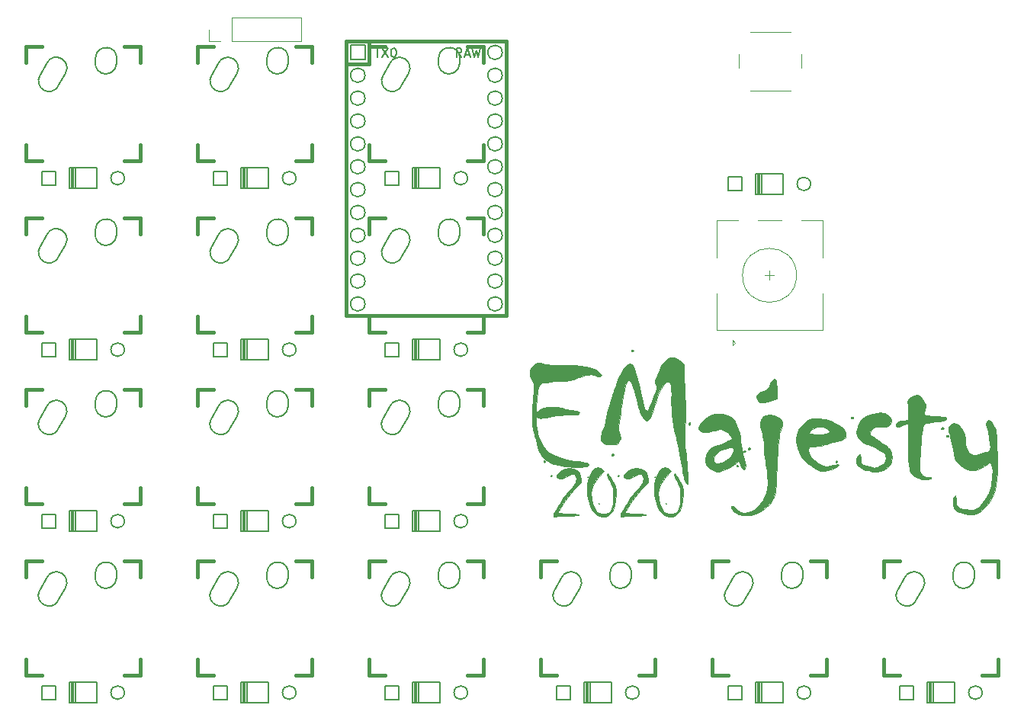
<source format=gbr>
G04 #@! TF.GenerationSoftware,KiCad,Pcbnew,(5.1.5)-3*
G04 #@! TF.CreationDate,2020-09-13T20:53:21+03:00*
G04 #@! TF.ProjectId,taro,7461726f-2e6b-4696-9361-645f70636258,rev?*
G04 #@! TF.SameCoordinates,Original*
G04 #@! TF.FileFunction,Legend,Top*
G04 #@! TF.FilePolarity,Positive*
%FSLAX46Y46*%
G04 Gerber Fmt 4.6, Leading zero omitted, Abs format (unit mm)*
G04 Created by KiCad (PCBNEW (5.1.5)-3) date 2020-09-13 20:53:21*
%MOMM*%
%LPD*%
G04 APERTURE LIST*
%ADD10C,0.010000*%
%ADD11C,0.150000*%
%ADD12C,0.203200*%
%ADD13C,0.381000*%
%ADD14C,0.120000*%
G04 APERTURE END LIST*
D10*
G04 #@! TO.C,G\002A\002A\002A*
G36*
X115045846Y-100416538D02*
G01*
X115062000Y-100457000D01*
X115001233Y-100539243D01*
X114982330Y-100541667D01*
X114867663Y-100480123D01*
X114850334Y-100457000D01*
X114869527Y-100384517D01*
X114930003Y-100372334D01*
X115045846Y-100416538D01*
G37*
X115045846Y-100416538D02*
X115062000Y-100457000D01*
X115001233Y-100539243D01*
X114982330Y-100541667D01*
X114867663Y-100480123D01*
X114850334Y-100457000D01*
X114869527Y-100384517D01*
X114930003Y-100372334D01*
X115045846Y-100416538D01*
G36*
X130782534Y-103604665D02*
G01*
X130859530Y-103641471D01*
X130908872Y-103738150D01*
X130938535Y-103928275D01*
X130956490Y-104245418D01*
X130960227Y-104352920D01*
X130973573Y-104735042D01*
X130987884Y-105096478D01*
X131000456Y-105369810D01*
X131002561Y-105408633D01*
X131021667Y-105745933D01*
X130513667Y-105951265D01*
X129988624Y-106125032D01*
X129533425Y-106198549D01*
X129170305Y-106170169D01*
X128953475Y-106066999D01*
X128799167Y-105850275D01*
X128746962Y-105577013D01*
X128806329Y-105321374D01*
X128849921Y-105256025D01*
X128979667Y-105164011D01*
X129214654Y-105047813D01*
X129447643Y-104953934D01*
X129765171Y-104813423D01*
X129979499Y-104640098D01*
X130131785Y-104387490D01*
X130252411Y-104045333D01*
X130375816Y-103819825D01*
X130563852Y-103656483D01*
X130760712Y-103601693D01*
X130782534Y-103604665D01*
G37*
X130782534Y-103604665D02*
X130859530Y-103641471D01*
X130908872Y-103738150D01*
X130938535Y-103928275D01*
X130956490Y-104245418D01*
X130960227Y-104352920D01*
X130973573Y-104735042D01*
X130987884Y-105096478D01*
X131000456Y-105369810D01*
X131002561Y-105408633D01*
X131021667Y-105745933D01*
X130513667Y-105951265D01*
X129988624Y-106125032D01*
X129533425Y-106198549D01*
X129170305Y-106170169D01*
X128953475Y-106066999D01*
X128799167Y-105850275D01*
X128746962Y-105577013D01*
X128806329Y-105321374D01*
X128849921Y-105256025D01*
X128979667Y-105164011D01*
X129214654Y-105047813D01*
X129447643Y-104953934D01*
X129765171Y-104813423D01*
X129979499Y-104640098D01*
X130131785Y-104387490D01*
X130252411Y-104045333D01*
X130375816Y-103819825D01*
X130563852Y-103656483D01*
X130760712Y-103601693D01*
X130782534Y-103604665D01*
G36*
X139447381Y-107781520D02*
G01*
X139492439Y-107879025D01*
X139428732Y-107973817D01*
X139361334Y-107992334D01*
X139250933Y-107931376D01*
X139237949Y-107913517D01*
X139243449Y-107813149D01*
X139345235Y-107759528D01*
X139447381Y-107781520D01*
G37*
X139447381Y-107781520D02*
X139492439Y-107879025D01*
X139428732Y-107973817D01*
X139361334Y-107992334D01*
X139250933Y-107931376D01*
X139237949Y-107913517D01*
X139243449Y-107813149D01*
X139345235Y-107759528D01*
X139447381Y-107781520D01*
G36*
X121378134Y-108449534D02*
G01*
X121381738Y-108618799D01*
X121341351Y-108689516D01*
X121249067Y-108724621D01*
X121191867Y-108635800D01*
X121188262Y-108466534D01*
X121228649Y-108395818D01*
X121320934Y-108360713D01*
X121378134Y-108449534D01*
G37*
X121378134Y-108449534D02*
X121381738Y-108618799D01*
X121341351Y-108689516D01*
X121249067Y-108724621D01*
X121191867Y-108635800D01*
X121188262Y-108466534D01*
X121228649Y-108395818D01*
X121320934Y-108360713D01*
X121378134Y-108449534D01*
G36*
X149489904Y-108976606D02*
G01*
X149521334Y-109050667D01*
X149450747Y-109154095D01*
X149352000Y-109177667D01*
X149214096Y-109124727D01*
X149182667Y-109050667D01*
X149253253Y-108947239D01*
X149352000Y-108923667D01*
X149489904Y-108976606D01*
G37*
X149489904Y-108976606D02*
X149521334Y-109050667D01*
X149450747Y-109154095D01*
X149352000Y-109177667D01*
X149214096Y-109124727D01*
X149182667Y-109050667D01*
X149253253Y-108947239D01*
X149352000Y-108923667D01*
X149489904Y-108976606D01*
G36*
X150030715Y-109813520D02*
G01*
X150075773Y-109911025D01*
X150012065Y-110005817D01*
X149944667Y-110024334D01*
X149834267Y-109963376D01*
X149821283Y-109945517D01*
X149826782Y-109845149D01*
X149928568Y-109791528D01*
X150030715Y-109813520D01*
G37*
X150030715Y-109813520D02*
X150075773Y-109911025D01*
X150012065Y-110005817D01*
X149944667Y-110024334D01*
X149834267Y-109963376D01*
X149821283Y-109945517D01*
X149826782Y-109845149D01*
X149928568Y-109791528D01*
X150030715Y-109813520D01*
G36*
X128007036Y-111278318D02*
G01*
X128016000Y-111336667D01*
X127964004Y-111453434D01*
X127847108Y-111432511D01*
X127820746Y-111409524D01*
X127803624Y-111303983D01*
X127889437Y-111218408D01*
X127936330Y-111209667D01*
X128007036Y-111278318D01*
G37*
X128007036Y-111278318D02*
X128016000Y-111336667D01*
X127964004Y-111453434D01*
X127847108Y-111432511D01*
X127820746Y-111409524D01*
X127803624Y-111303983D01*
X127889437Y-111218408D01*
X127936330Y-111209667D01*
X128007036Y-111278318D01*
G36*
X127493672Y-111594051D02*
G01*
X127508000Y-111633000D01*
X127439424Y-111708115D01*
X127381000Y-111717667D01*
X127268328Y-111671949D01*
X127254000Y-111633000D01*
X127322577Y-111557886D01*
X127381000Y-111548334D01*
X127493672Y-111594051D01*
G37*
X127493672Y-111594051D02*
X127508000Y-111633000D01*
X127439424Y-111708115D01*
X127381000Y-111717667D01*
X127268328Y-111671949D01*
X127254000Y-111633000D01*
X127322577Y-111557886D01*
X127381000Y-111548334D01*
X127493672Y-111594051D01*
G36*
X112874112Y-111973685D02*
G01*
X112853516Y-112070688D01*
X112738139Y-112126042D01*
X112625173Y-112085134D01*
X112606667Y-112014000D01*
X112667532Y-111907244D01*
X112754834Y-111903118D01*
X112874112Y-111973685D01*
G37*
X112874112Y-111973685D02*
X112853516Y-112070688D01*
X112738139Y-112126042D01*
X112625173Y-112085134D01*
X112606667Y-112014000D01*
X112667532Y-111907244D01*
X112754834Y-111903118D01*
X112874112Y-111973685D01*
G36*
X137677158Y-112752636D02*
G01*
X137680700Y-112776000D01*
X137614785Y-112875275D01*
X137589684Y-112886772D01*
X137512481Y-112845902D01*
X137498667Y-112776000D01*
X137541627Y-112670627D01*
X137589684Y-112665228D01*
X137677158Y-112752636D01*
G37*
X137677158Y-112752636D02*
X137680700Y-112776000D01*
X137614785Y-112875275D01*
X137589684Y-112886772D01*
X137512481Y-112845902D01*
X137498667Y-112776000D01*
X137541627Y-112670627D01*
X137589684Y-112665228D01*
X137677158Y-112752636D01*
G36*
X105231115Y-112717577D02*
G01*
X105240667Y-112776000D01*
X105194949Y-112888672D01*
X105156000Y-112903000D01*
X105080886Y-112834424D01*
X105071334Y-112776000D01*
X105117051Y-112663328D01*
X105156000Y-112649000D01*
X105231115Y-112717577D01*
G37*
X105231115Y-112717577D02*
X105240667Y-112776000D01*
X105194949Y-112888672D01*
X105156000Y-112903000D01*
X105080886Y-112834424D01*
X105071334Y-112776000D01*
X105117051Y-112663328D01*
X105156000Y-112649000D01*
X105231115Y-112717577D01*
G36*
X126686337Y-113218544D02*
G01*
X126703667Y-113241667D01*
X126684473Y-113314150D01*
X126623997Y-113326334D01*
X126508155Y-113282129D01*
X126492000Y-113241667D01*
X126552768Y-113159424D01*
X126571670Y-113157000D01*
X126686337Y-113218544D01*
G37*
X126686337Y-113218544D02*
X126703667Y-113241667D01*
X126684473Y-113314150D01*
X126623997Y-113326334D01*
X126508155Y-113282129D01*
X126492000Y-113241667D01*
X126552768Y-113159424D01*
X126571670Y-113157000D01*
X126686337Y-113218544D01*
G36*
X104757288Y-101773266D02*
G01*
X104981004Y-101861107D01*
X104986667Y-101863482D01*
X105143768Y-101920471D01*
X105323149Y-101962746D01*
X105552491Y-101992598D01*
X105859475Y-102012321D01*
X106271782Y-102024206D01*
X106817091Y-102030545D01*
X107018667Y-102031748D01*
X107845048Y-102043953D01*
X108537386Y-102073571D01*
X109130382Y-102123942D01*
X109658743Y-102198408D01*
X110157170Y-102300311D01*
X110377695Y-102355160D01*
X110721169Y-102479095D01*
X111045423Y-102654654D01*
X111308047Y-102852998D01*
X111466634Y-103045293D01*
X111491091Y-103112239D01*
X111457693Y-103253893D01*
X111308383Y-103309972D01*
X111077113Y-103273731D01*
X110945099Y-103220678D01*
X110661537Y-103124620D01*
X110372764Y-103081810D01*
X110359056Y-103081667D01*
X110097732Y-103109200D01*
X109740918Y-103180968D01*
X109351290Y-103280727D01*
X108991523Y-103392229D01*
X108724292Y-103499231D01*
X108700192Y-103511654D01*
X108382543Y-103633217D01*
X107943098Y-103733724D01*
X107428891Y-103805163D01*
X106886955Y-103839523D01*
X106764667Y-103841332D01*
X106304222Y-103857347D01*
X105812690Y-103896893D01*
X105346659Y-103953636D01*
X104962715Y-104021245D01*
X104809016Y-104060171D01*
X104677213Y-104162209D01*
X104570512Y-104327389D01*
X104514827Y-104511355D01*
X104457453Y-104805397D01*
X104401529Y-105176929D01*
X104350195Y-105593366D01*
X104306588Y-106022123D01*
X104273847Y-106430616D01*
X104255112Y-106786259D01*
X104253520Y-107056467D01*
X104272211Y-107208654D01*
X104290886Y-107230334D01*
X104399894Y-107186117D01*
X104595340Y-107072759D01*
X104741093Y-106977874D01*
X104906080Y-106871060D01*
X105052717Y-106799550D01*
X105220104Y-106756202D01*
X105447342Y-106733876D01*
X105773530Y-106725432D01*
X106131995Y-106723874D01*
X106645018Y-106731078D01*
X107006843Y-106755593D01*
X107234883Y-106799075D01*
X107317328Y-106836704D01*
X107504404Y-106918949D01*
X107771089Y-106986779D01*
X107865334Y-107001948D01*
X108184848Y-107052048D01*
X108550045Y-107119593D01*
X108696506Y-107149810D01*
X108951467Y-107208627D01*
X109067620Y-107257160D01*
X109072061Y-107319024D01*
X108997263Y-107411900D01*
X108879550Y-107508607D01*
X108724456Y-107544353D01*
X108473976Y-107529921D01*
X108406096Y-107521808D01*
X108079111Y-107506273D01*
X107684242Y-107522555D01*
X107385672Y-107556197D01*
X107016586Y-107610286D01*
X106566133Y-107671956D01*
X106121167Y-107729380D01*
X106045000Y-107738762D01*
X105666133Y-107790899D01*
X105318968Y-107848995D01*
X105061681Y-107902979D01*
X105003647Y-107919034D01*
X104764839Y-107962933D01*
X104573091Y-107904900D01*
X104519792Y-107872328D01*
X104353679Y-107775153D01*
X104258443Y-107738334D01*
X104221499Y-107815590D01*
X104212516Y-108023743D01*
X104227653Y-108327370D01*
X104263070Y-108691048D01*
X104314927Y-109079352D01*
X104379381Y-109456861D01*
X104452594Y-109788150D01*
X104497772Y-109945824D01*
X104721542Y-110487500D01*
X105024035Y-111007658D01*
X105371518Y-111455122D01*
X105683993Y-111745326D01*
X106206240Y-112066532D01*
X106838993Y-112324437D01*
X107598503Y-112524141D01*
X108501022Y-112670742D01*
X108712000Y-112695453D01*
X109008807Y-112735860D01*
X109336651Y-112792050D01*
X109644301Y-112853830D01*
X109880525Y-112911012D01*
X109988548Y-112949381D01*
X110061448Y-113053027D01*
X109998974Y-113217223D01*
X109994752Y-113223933D01*
X109873022Y-113283088D01*
X109615312Y-113325256D01*
X109254131Y-113350378D01*
X108821984Y-113358393D01*
X108351377Y-113349243D01*
X107874818Y-113322867D01*
X107424813Y-113279207D01*
X107091783Y-113229254D01*
X106710192Y-113155777D01*
X106361753Y-113082432D01*
X106101194Y-113020981D01*
X106028095Y-113000621D01*
X105653172Y-112823019D01*
X105278455Y-112538853D01*
X104934564Y-112184326D01*
X104652119Y-111795640D01*
X104461741Y-111408997D01*
X104394000Y-111068623D01*
X104358862Y-110767635D01*
X104262368Y-110366398D01*
X104117896Y-109916612D01*
X104047050Y-109728000D01*
X103965503Y-109462341D01*
X103904912Y-109120027D01*
X103861022Y-108669465D01*
X103831551Y-108127746D01*
X103816229Y-107758939D01*
X103803367Y-107451926D01*
X103794667Y-107247185D01*
X103792045Y-107188000D01*
X103797890Y-107064880D01*
X103817201Y-106826964D01*
X103843131Y-106553000D01*
X103879401Y-106167634D01*
X103913745Y-105764118D01*
X103931028Y-105537000D01*
X103958554Y-105176179D01*
X103992954Y-104766051D01*
X104012554Y-104548559D01*
X104033623Y-104251900D01*
X104016879Y-104059610D01*
X103946091Y-103908107D01*
X103805027Y-103733809D01*
X103804359Y-103733048D01*
X103629225Y-103490701D01*
X103556770Y-103242109D01*
X103547334Y-103046604D01*
X103590076Y-102595660D01*
X103730228Y-102262435D01*
X103985672Y-102015148D01*
X104193276Y-101898779D01*
X104436671Y-101788843D01*
X104600260Y-101748092D01*
X104757288Y-101773266D01*
G37*
X104757288Y-101773266D02*
X104981004Y-101861107D01*
X104986667Y-101863482D01*
X105143768Y-101920471D01*
X105323149Y-101962746D01*
X105552491Y-101992598D01*
X105859475Y-102012321D01*
X106271782Y-102024206D01*
X106817091Y-102030545D01*
X107018667Y-102031748D01*
X107845048Y-102043953D01*
X108537386Y-102073571D01*
X109130382Y-102123942D01*
X109658743Y-102198408D01*
X110157170Y-102300311D01*
X110377695Y-102355160D01*
X110721169Y-102479095D01*
X111045423Y-102654654D01*
X111308047Y-102852998D01*
X111466634Y-103045293D01*
X111491091Y-103112239D01*
X111457693Y-103253893D01*
X111308383Y-103309972D01*
X111077113Y-103273731D01*
X110945099Y-103220678D01*
X110661537Y-103124620D01*
X110372764Y-103081810D01*
X110359056Y-103081667D01*
X110097732Y-103109200D01*
X109740918Y-103180968D01*
X109351290Y-103280727D01*
X108991523Y-103392229D01*
X108724292Y-103499231D01*
X108700192Y-103511654D01*
X108382543Y-103633217D01*
X107943098Y-103733724D01*
X107428891Y-103805163D01*
X106886955Y-103839523D01*
X106764667Y-103841332D01*
X106304222Y-103857347D01*
X105812690Y-103896893D01*
X105346659Y-103953636D01*
X104962715Y-104021245D01*
X104809016Y-104060171D01*
X104677213Y-104162209D01*
X104570512Y-104327389D01*
X104514827Y-104511355D01*
X104457453Y-104805397D01*
X104401529Y-105176929D01*
X104350195Y-105593366D01*
X104306588Y-106022123D01*
X104273847Y-106430616D01*
X104255112Y-106786259D01*
X104253520Y-107056467D01*
X104272211Y-107208654D01*
X104290886Y-107230334D01*
X104399894Y-107186117D01*
X104595340Y-107072759D01*
X104741093Y-106977874D01*
X104906080Y-106871060D01*
X105052717Y-106799550D01*
X105220104Y-106756202D01*
X105447342Y-106733876D01*
X105773530Y-106725432D01*
X106131995Y-106723874D01*
X106645018Y-106731078D01*
X107006843Y-106755593D01*
X107234883Y-106799075D01*
X107317328Y-106836704D01*
X107504404Y-106918949D01*
X107771089Y-106986779D01*
X107865334Y-107001948D01*
X108184848Y-107052048D01*
X108550045Y-107119593D01*
X108696506Y-107149810D01*
X108951467Y-107208627D01*
X109067620Y-107257160D01*
X109072061Y-107319024D01*
X108997263Y-107411900D01*
X108879550Y-107508607D01*
X108724456Y-107544353D01*
X108473976Y-107529921D01*
X108406096Y-107521808D01*
X108079111Y-107506273D01*
X107684242Y-107522555D01*
X107385672Y-107556197D01*
X107016586Y-107610286D01*
X106566133Y-107671956D01*
X106121167Y-107729380D01*
X106045000Y-107738762D01*
X105666133Y-107790899D01*
X105318968Y-107848995D01*
X105061681Y-107902979D01*
X105003647Y-107919034D01*
X104764839Y-107962933D01*
X104573091Y-107904900D01*
X104519792Y-107872328D01*
X104353679Y-107775153D01*
X104258443Y-107738334D01*
X104221499Y-107815590D01*
X104212516Y-108023743D01*
X104227653Y-108327370D01*
X104263070Y-108691048D01*
X104314927Y-109079352D01*
X104379381Y-109456861D01*
X104452594Y-109788150D01*
X104497772Y-109945824D01*
X104721542Y-110487500D01*
X105024035Y-111007658D01*
X105371518Y-111455122D01*
X105683993Y-111745326D01*
X106206240Y-112066532D01*
X106838993Y-112324437D01*
X107598503Y-112524141D01*
X108501022Y-112670742D01*
X108712000Y-112695453D01*
X109008807Y-112735860D01*
X109336651Y-112792050D01*
X109644301Y-112853830D01*
X109880525Y-112911012D01*
X109988548Y-112949381D01*
X110061448Y-113053027D01*
X109998974Y-113217223D01*
X109994752Y-113223933D01*
X109873022Y-113283088D01*
X109615312Y-113325256D01*
X109254131Y-113350378D01*
X108821984Y-113358393D01*
X108351377Y-113349243D01*
X107874818Y-113322867D01*
X107424813Y-113279207D01*
X107091783Y-113229254D01*
X106710192Y-113155777D01*
X106361753Y-113082432D01*
X106101194Y-113020981D01*
X106028095Y-113000621D01*
X105653172Y-112823019D01*
X105278455Y-112538853D01*
X104934564Y-112184326D01*
X104652119Y-111795640D01*
X104461741Y-111408997D01*
X104394000Y-111068623D01*
X104358862Y-110767635D01*
X104262368Y-110366398D01*
X104117896Y-109916612D01*
X104047050Y-109728000D01*
X103965503Y-109462341D01*
X103904912Y-109120027D01*
X103861022Y-108669465D01*
X103831551Y-108127746D01*
X103816229Y-107758939D01*
X103803367Y-107451926D01*
X103794667Y-107247185D01*
X103792045Y-107188000D01*
X103797890Y-107064880D01*
X103817201Y-106826964D01*
X103843131Y-106553000D01*
X103879401Y-106167634D01*
X103913745Y-105764118D01*
X103931028Y-105537000D01*
X103958554Y-105176179D01*
X103992954Y-104766051D01*
X104012554Y-104548559D01*
X104033623Y-104251900D01*
X104016879Y-104059610D01*
X103946091Y-103908107D01*
X103805027Y-103733809D01*
X103804359Y-103733048D01*
X103629225Y-103490701D01*
X103556770Y-103242109D01*
X103547334Y-103046604D01*
X103590076Y-102595660D01*
X103730228Y-102262435D01*
X103985672Y-102015148D01*
X104193276Y-101898779D01*
X104436671Y-101788843D01*
X104600260Y-101748092D01*
X104757288Y-101773266D01*
G36*
X135498198Y-107999963D02*
G01*
X135743307Y-108007467D01*
X136145197Y-108026873D01*
X136438033Y-108058089D01*
X136682042Y-108117096D01*
X136937452Y-108219873D01*
X137264491Y-108382401D01*
X137377733Y-108441122D01*
X137732010Y-108637235D01*
X138052553Y-108835828D01*
X138293022Y-109007212D01*
X138375745Y-109080556D01*
X138555929Y-109342688D01*
X138654959Y-109638998D01*
X138660783Y-109913057D01*
X138589129Y-110079710D01*
X138380008Y-110243810D01*
X138048450Y-110402720D01*
X137640802Y-110537676D01*
X137246361Y-110623281D01*
X136882382Y-110702595D01*
X136510191Y-110815320D01*
X136338835Y-110881677D01*
X135913329Y-111012728D01*
X135403529Y-111059959D01*
X135339667Y-111060517D01*
X134936255Y-111073515D01*
X134673476Y-111119673D01*
X134523775Y-111212497D01*
X134459595Y-111365495D01*
X134450667Y-111496276D01*
X134525711Y-111820167D01*
X134733790Y-112174357D01*
X135049324Y-112529856D01*
X135446733Y-112857675D01*
X135884073Y-113120706D01*
X136149248Y-113245982D01*
X136344720Y-113302875D01*
X136546881Y-113301172D01*
X136832125Y-113250659D01*
X136857740Y-113245432D01*
X137273474Y-113161313D01*
X137551218Y-113109247D01*
X137718711Y-113086552D01*
X137803696Y-113090545D01*
X137833913Y-113118543D01*
X137837334Y-113150697D01*
X137766088Y-113230416D01*
X137576926Y-113355273D01*
X137306706Y-113501721D01*
X137225889Y-113541306D01*
X136695534Y-113750790D01*
X136231514Y-113828972D01*
X135796560Y-113778496D01*
X135482437Y-113664864D01*
X135160856Y-113490971D01*
X134794343Y-113249895D01*
X134426698Y-112975186D01*
X134101722Y-112700389D01*
X133863214Y-112459053D01*
X133799389Y-112375780D01*
X133627397Y-112072705D01*
X133452936Y-111688839D01*
X133294931Y-111275664D01*
X133172307Y-110884662D01*
X133103986Y-110567313D01*
X133096000Y-110462273D01*
X133122173Y-110195883D01*
X133189909Y-109855466D01*
X133259782Y-109598340D01*
X134547671Y-109598340D01*
X134578362Y-109637473D01*
X134667822Y-109667020D01*
X134840665Y-109691134D01*
X135121505Y-109713968D01*
X135534953Y-109739673D01*
X135789008Y-109754324D01*
X136051323Y-109742826D01*
X136362154Y-109694534D01*
X136449600Y-109674501D01*
X136685561Y-109601429D01*
X136791427Y-109520594D01*
X136805055Y-109402653D01*
X136804592Y-109399335D01*
X136702621Y-109221791D01*
X136479280Y-109059128D01*
X136182380Y-108933407D01*
X135859733Y-108866688D01*
X135649433Y-108866338D01*
X135373914Y-108935848D01*
X135076998Y-109072392D01*
X134807797Y-109245602D01*
X134615425Y-109425109D01*
X134551137Y-109545467D01*
X134547671Y-109598340D01*
X133259782Y-109598340D01*
X133260826Y-109594500D01*
X133367124Y-109299660D01*
X133497791Y-109063500D01*
X133690322Y-108830921D01*
X133959326Y-108568086D01*
X134226691Y-108333836D01*
X134470358Y-108145990D01*
X134648645Y-108035904D01*
X134684973Y-108022247D01*
X134849087Y-108004690D01*
X135135691Y-107997044D01*
X135498198Y-107999963D01*
G37*
X135498198Y-107999963D02*
X135743307Y-108007467D01*
X136145197Y-108026873D01*
X136438033Y-108058089D01*
X136682042Y-108117096D01*
X136937452Y-108219873D01*
X137264491Y-108382401D01*
X137377733Y-108441122D01*
X137732010Y-108637235D01*
X138052553Y-108835828D01*
X138293022Y-109007212D01*
X138375745Y-109080556D01*
X138555929Y-109342688D01*
X138654959Y-109638998D01*
X138660783Y-109913057D01*
X138589129Y-110079710D01*
X138380008Y-110243810D01*
X138048450Y-110402720D01*
X137640802Y-110537676D01*
X137246361Y-110623281D01*
X136882382Y-110702595D01*
X136510191Y-110815320D01*
X136338835Y-110881677D01*
X135913329Y-111012728D01*
X135403529Y-111059959D01*
X135339667Y-111060517D01*
X134936255Y-111073515D01*
X134673476Y-111119673D01*
X134523775Y-111212497D01*
X134459595Y-111365495D01*
X134450667Y-111496276D01*
X134525711Y-111820167D01*
X134733790Y-112174357D01*
X135049324Y-112529856D01*
X135446733Y-112857675D01*
X135884073Y-113120706D01*
X136149248Y-113245982D01*
X136344720Y-113302875D01*
X136546881Y-113301172D01*
X136832125Y-113250659D01*
X136857740Y-113245432D01*
X137273474Y-113161313D01*
X137551218Y-113109247D01*
X137718711Y-113086552D01*
X137803696Y-113090545D01*
X137833913Y-113118543D01*
X137837334Y-113150697D01*
X137766088Y-113230416D01*
X137576926Y-113355273D01*
X137306706Y-113501721D01*
X137225889Y-113541306D01*
X136695534Y-113750790D01*
X136231514Y-113828972D01*
X135796560Y-113778496D01*
X135482437Y-113664864D01*
X135160856Y-113490971D01*
X134794343Y-113249895D01*
X134426698Y-112975186D01*
X134101722Y-112700389D01*
X133863214Y-112459053D01*
X133799389Y-112375780D01*
X133627397Y-112072705D01*
X133452936Y-111688839D01*
X133294931Y-111275664D01*
X133172307Y-110884662D01*
X133103986Y-110567313D01*
X133096000Y-110462273D01*
X133122173Y-110195883D01*
X133189909Y-109855466D01*
X133259782Y-109598340D01*
X134547671Y-109598340D01*
X134578362Y-109637473D01*
X134667822Y-109667020D01*
X134840665Y-109691134D01*
X135121505Y-109713968D01*
X135534953Y-109739673D01*
X135789008Y-109754324D01*
X136051323Y-109742826D01*
X136362154Y-109694534D01*
X136449600Y-109674501D01*
X136685561Y-109601429D01*
X136791427Y-109520594D01*
X136805055Y-109402653D01*
X136804592Y-109399335D01*
X136702621Y-109221791D01*
X136479280Y-109059128D01*
X136182380Y-108933407D01*
X135859733Y-108866688D01*
X135649433Y-108866338D01*
X135373914Y-108935848D01*
X135076998Y-109072392D01*
X134807797Y-109245602D01*
X134615425Y-109425109D01*
X134551137Y-109545467D01*
X134547671Y-109598340D01*
X133259782Y-109598340D01*
X133260826Y-109594500D01*
X133367124Y-109299660D01*
X133497791Y-109063500D01*
X133690322Y-108830921D01*
X133959326Y-108568086D01*
X134226691Y-108333836D01*
X134470358Y-108145990D01*
X134648645Y-108035904D01*
X134684973Y-108022247D01*
X134849087Y-108004690D01*
X135135691Y-107997044D01*
X135498198Y-107999963D01*
G36*
X142769655Y-107341110D02*
G01*
X143001681Y-107419161D01*
X143233628Y-107562536D01*
X143238896Y-107566343D01*
X143562321Y-107840148D01*
X143727913Y-108088506D01*
X143741275Y-108330257D01*
X143608015Y-108584242D01*
X143559450Y-108643779D01*
X143432500Y-108772003D01*
X143294629Y-108844623D01*
X143093003Y-108878202D01*
X142776283Y-108889283D01*
X142452146Y-108895270D01*
X142174343Y-108903092D01*
X142013663Y-108910449D01*
X141795424Y-108984704D01*
X141569614Y-109146721D01*
X141389717Y-109347749D01*
X141309213Y-109539040D01*
X141308667Y-109553071D01*
X141370908Y-109754336D01*
X141519043Y-109933006D01*
X141695185Y-110022664D01*
X141719392Y-110024334D01*
X141832206Y-110078110D01*
X142019882Y-110217283D01*
X142187860Y-110363000D01*
X142393684Y-110544425D01*
X142550346Y-110667332D01*
X142612730Y-110701667D01*
X142724399Y-110750819D01*
X142920841Y-110877260D01*
X143157087Y-111049468D01*
X143388164Y-111235920D01*
X143441828Y-111282823D01*
X143610597Y-111528980D01*
X143720523Y-111885315D01*
X143761053Y-112299707D01*
X143727113Y-112692078D01*
X143585678Y-113041978D01*
X143316051Y-113376611D01*
X142957090Y-113653005D01*
X142770918Y-113749532D01*
X142456797Y-113849351D01*
X142097850Y-113905662D01*
X141752885Y-113914845D01*
X141480712Y-113873281D01*
X141393334Y-113834334D01*
X141210055Y-113768750D01*
X141055882Y-113750963D01*
X140813390Y-113702737D01*
X140517865Y-113581031D01*
X140225159Y-113416656D01*
X139991126Y-113240425D01*
X139878797Y-113101627D01*
X139794478Y-112819061D01*
X139822579Y-112537570D01*
X139928741Y-112267953D01*
X140069993Y-112038731D01*
X140188116Y-111971617D01*
X140271786Y-112059799D01*
X140309683Y-112296464D01*
X140306460Y-112495239D01*
X140297333Y-112737863D01*
X140322039Y-112907435D01*
X140407337Y-113027890D01*
X140579984Y-113123163D01*
X140866742Y-113217189D01*
X141222522Y-113314634D01*
X141556827Y-113398052D01*
X141786402Y-113432760D01*
X141967774Y-113421720D01*
X142157471Y-113367893D01*
X142168092Y-113364166D01*
X142458684Y-113231394D01*
X142749023Y-113054547D01*
X142791683Y-113023231D01*
X142977430Y-112860596D01*
X143062571Y-112699592D01*
X143084023Y-112462275D01*
X143083974Y-112406118D01*
X143060919Y-112140659D01*
X143006046Y-111933796D01*
X142978141Y-111884252D01*
X142839915Y-111767503D01*
X142586642Y-111601873D01*
X142257325Y-111408784D01*
X141890968Y-111209658D01*
X141526574Y-111025916D01*
X141203144Y-110878980D01*
X141020282Y-110808919D01*
X140486278Y-110575162D01*
X140109944Y-110282559D01*
X139889106Y-109928156D01*
X139821589Y-109508995D01*
X139854081Y-109223625D01*
X139938699Y-108935969D01*
X140072260Y-108622689D01*
X140231792Y-108324221D01*
X140394325Y-108081001D01*
X140536889Y-107933464D01*
X140601656Y-107907667D01*
X140706026Y-107862856D01*
X140716000Y-107832059D01*
X140743679Y-107771001D01*
X140843563Y-107710497D01*
X141040929Y-107641146D01*
X141361049Y-107553548D01*
X141673864Y-107475815D01*
X142145670Y-107371747D01*
X142497626Y-107326076D01*
X142769655Y-107341110D01*
G37*
X142769655Y-107341110D02*
X143001681Y-107419161D01*
X143233628Y-107562536D01*
X143238896Y-107566343D01*
X143562321Y-107840148D01*
X143727913Y-108088506D01*
X143741275Y-108330257D01*
X143608015Y-108584242D01*
X143559450Y-108643779D01*
X143432500Y-108772003D01*
X143294629Y-108844623D01*
X143093003Y-108878202D01*
X142776283Y-108889283D01*
X142452146Y-108895270D01*
X142174343Y-108903092D01*
X142013663Y-108910449D01*
X141795424Y-108984704D01*
X141569614Y-109146721D01*
X141389717Y-109347749D01*
X141309213Y-109539040D01*
X141308667Y-109553071D01*
X141370908Y-109754336D01*
X141519043Y-109933006D01*
X141695185Y-110022664D01*
X141719392Y-110024334D01*
X141832206Y-110078110D01*
X142019882Y-110217283D01*
X142187860Y-110363000D01*
X142393684Y-110544425D01*
X142550346Y-110667332D01*
X142612730Y-110701667D01*
X142724399Y-110750819D01*
X142920841Y-110877260D01*
X143157087Y-111049468D01*
X143388164Y-111235920D01*
X143441828Y-111282823D01*
X143610597Y-111528980D01*
X143720523Y-111885315D01*
X143761053Y-112299707D01*
X143727113Y-112692078D01*
X143585678Y-113041978D01*
X143316051Y-113376611D01*
X142957090Y-113653005D01*
X142770918Y-113749532D01*
X142456797Y-113849351D01*
X142097850Y-113905662D01*
X141752885Y-113914845D01*
X141480712Y-113873281D01*
X141393334Y-113834334D01*
X141210055Y-113768750D01*
X141055882Y-113750963D01*
X140813390Y-113702737D01*
X140517865Y-113581031D01*
X140225159Y-113416656D01*
X139991126Y-113240425D01*
X139878797Y-113101627D01*
X139794478Y-112819061D01*
X139822579Y-112537570D01*
X139928741Y-112267953D01*
X140069993Y-112038731D01*
X140188116Y-111971617D01*
X140271786Y-112059799D01*
X140309683Y-112296464D01*
X140306460Y-112495239D01*
X140297333Y-112737863D01*
X140322039Y-112907435D01*
X140407337Y-113027890D01*
X140579984Y-113123163D01*
X140866742Y-113217189D01*
X141222522Y-113314634D01*
X141556827Y-113398052D01*
X141786402Y-113432760D01*
X141967774Y-113421720D01*
X142157471Y-113367893D01*
X142168092Y-113364166D01*
X142458684Y-113231394D01*
X142749023Y-113054547D01*
X142791683Y-113023231D01*
X142977430Y-112860596D01*
X143062571Y-112699592D01*
X143084023Y-112462275D01*
X143083974Y-112406118D01*
X143060919Y-112140659D01*
X143006046Y-111933796D01*
X142978141Y-111884252D01*
X142839915Y-111767503D01*
X142586642Y-111601873D01*
X142257325Y-111408784D01*
X141890968Y-111209658D01*
X141526574Y-111025916D01*
X141203144Y-110878980D01*
X141020282Y-110808919D01*
X140486278Y-110575162D01*
X140109944Y-110282559D01*
X139889106Y-109928156D01*
X139821589Y-109508995D01*
X139854081Y-109223625D01*
X139938699Y-108935969D01*
X140072260Y-108622689D01*
X140231792Y-108324221D01*
X140394325Y-108081001D01*
X140536889Y-107933464D01*
X140601656Y-107907667D01*
X140706026Y-107862856D01*
X140716000Y-107832059D01*
X140743679Y-107771001D01*
X140843563Y-107710497D01*
X141040929Y-107641146D01*
X141361049Y-107553548D01*
X141673864Y-107475815D01*
X142145670Y-107371747D01*
X142497626Y-107326076D01*
X142769655Y-107341110D01*
G36*
X124947834Y-107457500D02*
G01*
X125237711Y-107509126D01*
X125530505Y-107621084D01*
X125687667Y-107697117D01*
X125997200Y-107871129D01*
X126199152Y-108042957D01*
X126347326Y-108261695D01*
X126383587Y-108332117D01*
X126550887Y-108719158D01*
X126703531Y-109158860D01*
X126825266Y-109595285D01*
X126899842Y-109972490D01*
X126915334Y-110162439D01*
X126937682Y-110481568D01*
X126997986Y-110909612D01*
X127086133Y-111393118D01*
X127192012Y-111878633D01*
X127305511Y-112312703D01*
X127348823Y-112453933D01*
X127456137Y-112868178D01*
X127494346Y-113215659D01*
X127464497Y-113470509D01*
X127367637Y-113606860D01*
X127301552Y-113622667D01*
X127178866Y-113569752D01*
X127056907Y-113394559D01*
X126950248Y-113157000D01*
X126843212Y-112909208D01*
X126756043Y-112740308D01*
X126714941Y-112691334D01*
X126623697Y-112741417D01*
X126473578Y-112860647D01*
X125942742Y-113272098D01*
X125406131Y-113568056D01*
X125026094Y-113716372D01*
X124739211Y-113812608D01*
X124526138Y-113881542D01*
X124426722Y-113910335D01*
X124424004Y-113910334D01*
X124347303Y-113886696D01*
X124170758Y-113841560D01*
X124163667Y-113839831D01*
X123685822Y-113672041D01*
X123353417Y-113429032D01*
X123153764Y-113096151D01*
X123074172Y-112658747D01*
X123073272Y-112629191D01*
X123952000Y-112629191D01*
X124017502Y-112841545D01*
X124199608Y-112953627D01*
X124476718Y-112963012D01*
X124827232Y-112867274D01*
X125070479Y-112754834D01*
X125542898Y-112456708D01*
X125896089Y-112131970D01*
X126111760Y-111799977D01*
X126169238Y-111592076D01*
X126176956Y-111370955D01*
X126115044Y-111249606D01*
X126008106Y-111185956D01*
X125880585Y-111154344D01*
X125708185Y-111167880D01*
X125465255Y-111233806D01*
X125126145Y-111359363D01*
X124665207Y-111551793D01*
X124576515Y-111590104D01*
X124363939Y-111752779D01*
X124163881Y-112020181D01*
X124014041Y-112329586D01*
X123952116Y-112618270D01*
X123952000Y-112629191D01*
X123073272Y-112629191D01*
X123071744Y-112579071D01*
X123139257Y-112052697D01*
X123345510Y-111602505D01*
X123673342Y-111248909D01*
X124105592Y-111012326D01*
X124460000Y-110927420D01*
X124701505Y-110868719D01*
X125000407Y-110758395D01*
X125316716Y-110616453D01*
X125610442Y-110462900D01*
X125841598Y-110317742D01*
X125970192Y-110200987D01*
X125984000Y-110164961D01*
X125922247Y-110008068D01*
X125764848Y-109796826D01*
X125553591Y-109575807D01*
X125330266Y-109389582D01*
X125167552Y-109294148D01*
X124749172Y-109189753D01*
X124340058Y-109212682D01*
X124108704Y-109295738D01*
X123910703Y-109363619D01*
X123609858Y-109427849D01*
X123281690Y-109473295D01*
X122824378Y-109488790D01*
X122508601Y-109425354D01*
X122323688Y-109278277D01*
X122258972Y-109042847D01*
X122258667Y-109021529D01*
X122330343Y-108792674D01*
X122528406Y-108515493D01*
X122827405Y-108216624D01*
X123201893Y-107922705D01*
X123479796Y-107743331D01*
X123773124Y-107582521D01*
X124017738Y-107493572D01*
X124291984Y-107455296D01*
X124575460Y-107446998D01*
X124947834Y-107457500D01*
G37*
X124947834Y-107457500D02*
X125237711Y-107509126D01*
X125530505Y-107621084D01*
X125687667Y-107697117D01*
X125997200Y-107871129D01*
X126199152Y-108042957D01*
X126347326Y-108261695D01*
X126383587Y-108332117D01*
X126550887Y-108719158D01*
X126703531Y-109158860D01*
X126825266Y-109595285D01*
X126899842Y-109972490D01*
X126915334Y-110162439D01*
X126937682Y-110481568D01*
X126997986Y-110909612D01*
X127086133Y-111393118D01*
X127192012Y-111878633D01*
X127305511Y-112312703D01*
X127348823Y-112453933D01*
X127456137Y-112868178D01*
X127494346Y-113215659D01*
X127464497Y-113470509D01*
X127367637Y-113606860D01*
X127301552Y-113622667D01*
X127178866Y-113569752D01*
X127056907Y-113394559D01*
X126950248Y-113157000D01*
X126843212Y-112909208D01*
X126756043Y-112740308D01*
X126714941Y-112691334D01*
X126623697Y-112741417D01*
X126473578Y-112860647D01*
X125942742Y-113272098D01*
X125406131Y-113568056D01*
X125026094Y-113716372D01*
X124739211Y-113812608D01*
X124526138Y-113881542D01*
X124426722Y-113910335D01*
X124424004Y-113910334D01*
X124347303Y-113886696D01*
X124170758Y-113841560D01*
X124163667Y-113839831D01*
X123685822Y-113672041D01*
X123353417Y-113429032D01*
X123153764Y-113096151D01*
X123074172Y-112658747D01*
X123073272Y-112629191D01*
X123952000Y-112629191D01*
X124017502Y-112841545D01*
X124199608Y-112953627D01*
X124476718Y-112963012D01*
X124827232Y-112867274D01*
X125070479Y-112754834D01*
X125542898Y-112456708D01*
X125896089Y-112131970D01*
X126111760Y-111799977D01*
X126169238Y-111592076D01*
X126176956Y-111370955D01*
X126115044Y-111249606D01*
X126008106Y-111185956D01*
X125880585Y-111154344D01*
X125708185Y-111167880D01*
X125465255Y-111233806D01*
X125126145Y-111359363D01*
X124665207Y-111551793D01*
X124576515Y-111590104D01*
X124363939Y-111752779D01*
X124163881Y-112020181D01*
X124014041Y-112329586D01*
X123952116Y-112618270D01*
X123952000Y-112629191D01*
X123073272Y-112629191D01*
X123071744Y-112579071D01*
X123139257Y-112052697D01*
X123345510Y-111602505D01*
X123673342Y-111248909D01*
X124105592Y-111012326D01*
X124460000Y-110927420D01*
X124701505Y-110868719D01*
X125000407Y-110758395D01*
X125316716Y-110616453D01*
X125610442Y-110462900D01*
X125841598Y-110317742D01*
X125970192Y-110200987D01*
X125984000Y-110164961D01*
X125922247Y-110008068D01*
X125764848Y-109796826D01*
X125553591Y-109575807D01*
X125330266Y-109389582D01*
X125167552Y-109294148D01*
X124749172Y-109189753D01*
X124340058Y-109212682D01*
X124108704Y-109295738D01*
X123910703Y-109363619D01*
X123609858Y-109427849D01*
X123281690Y-109473295D01*
X122824378Y-109488790D01*
X122508601Y-109425354D01*
X122323688Y-109278277D01*
X122258972Y-109042847D01*
X122258667Y-109021529D01*
X122330343Y-108792674D01*
X122528406Y-108515493D01*
X122827405Y-108216624D01*
X123201893Y-107922705D01*
X123479796Y-107743331D01*
X123773124Y-107582521D01*
X124017738Y-107493572D01*
X124291984Y-107455296D01*
X124575460Y-107446998D01*
X124947834Y-107457500D01*
G36*
X113450873Y-114322096D02*
G01*
X113453334Y-114342334D01*
X113388904Y-114424540D01*
X113368667Y-114427000D01*
X113286460Y-114362571D01*
X113284000Y-114342334D01*
X113348429Y-114260127D01*
X113368667Y-114257667D01*
X113450873Y-114322096D01*
G37*
X113450873Y-114322096D02*
X113453334Y-114342334D01*
X113388904Y-114424540D01*
X113368667Y-114427000D01*
X113286460Y-114362571D01*
X113284000Y-114342334D01*
X113348429Y-114260127D01*
X113368667Y-114257667D01*
X113450873Y-114322096D01*
G36*
X106000207Y-114322096D02*
G01*
X106002667Y-114342334D01*
X105938238Y-114424540D01*
X105918000Y-114427000D01*
X105835794Y-114362571D01*
X105833334Y-114342334D01*
X105897763Y-114260127D01*
X105918000Y-114257667D01*
X106000207Y-114322096D01*
G37*
X106000207Y-114322096D02*
X106002667Y-114342334D01*
X105938238Y-114424540D01*
X105918000Y-114427000D01*
X105835794Y-114362571D01*
X105833334Y-114342334D01*
X105897763Y-114260127D01*
X105918000Y-114257667D01*
X106000207Y-114322096D01*
G36*
X117489111Y-114455222D02*
G01*
X117477489Y-114505557D01*
X117432667Y-114511667D01*
X117362977Y-114480689D01*
X117376222Y-114455222D01*
X117476702Y-114445089D01*
X117489111Y-114455222D01*
G37*
X117489111Y-114455222D02*
X117477489Y-114505557D01*
X117432667Y-114511667D01*
X117362977Y-114480689D01*
X117376222Y-114455222D01*
X117476702Y-114445089D01*
X117489111Y-114455222D01*
G36*
X110038445Y-114455222D02*
G01*
X110026822Y-114505557D01*
X109982000Y-114511667D01*
X109912310Y-114480689D01*
X109925556Y-114455222D01*
X110026035Y-114445089D01*
X110038445Y-114455222D01*
G37*
X110038445Y-114455222D02*
X110026822Y-114505557D01*
X109982000Y-114511667D01*
X109912310Y-114480689D01*
X109925556Y-114455222D01*
X110026035Y-114445089D01*
X110038445Y-114455222D01*
G36*
X146923748Y-105527295D02*
G01*
X147193997Y-105838895D01*
X147291684Y-106007700D01*
X147417910Y-106261372D01*
X147477005Y-106448442D01*
X147478335Y-106641480D01*
X147431269Y-106913058D01*
X147417321Y-106981013D01*
X147365108Y-107307320D01*
X147363086Y-107522135D01*
X147387426Y-107585626D01*
X147499891Y-107620604D01*
X147743297Y-107654260D01*
X148079277Y-107682295D01*
X148387909Y-107697748D01*
X148966754Y-107728925D01*
X149389110Y-107776081D01*
X149667270Y-107841525D01*
X149813526Y-107927563D01*
X149838461Y-107970051D01*
X149821331Y-108067539D01*
X149689395Y-108149768D01*
X149428338Y-108220894D01*
X149023847Y-108285069D01*
X148581770Y-108334756D01*
X148081713Y-108389482D01*
X147724671Y-108445151D01*
X147484619Y-108512651D01*
X147335533Y-108602871D01*
X147251386Y-108726700D01*
X147206154Y-108895026D01*
X147203312Y-108911486D01*
X147153235Y-109187389D01*
X147088338Y-109518420D01*
X147062608Y-109643334D01*
X147032095Y-109854955D01*
X146997758Y-110203444D01*
X146962078Y-110656452D01*
X146927537Y-111181629D01*
X146896619Y-111746628D01*
X146889069Y-111904952D01*
X146862007Y-112521920D01*
X146845491Y-112993630D01*
X146840062Y-113343859D01*
X146846258Y-113596384D01*
X146864619Y-113774985D01*
X146895685Y-113903439D01*
X146936596Y-113999018D01*
X147174007Y-114282216D01*
X147522103Y-114460067D01*
X147887296Y-114514360D01*
X148087784Y-114521429D01*
X148142010Y-114550326D01*
X148073013Y-114619645D01*
X148044651Y-114641360D01*
X147795539Y-114740662D01*
X147449066Y-114763714D01*
X147057541Y-114713470D01*
X146673273Y-114592882D01*
X146600334Y-114559833D01*
X146189064Y-114321646D01*
X145916746Y-114055701D01*
X145753199Y-113725956D01*
X145693801Y-113477206D01*
X145643985Y-113093066D01*
X145601662Y-112574306D01*
X145568259Y-111955530D01*
X145545203Y-111271343D01*
X145533918Y-110556350D01*
X145535832Y-109845154D01*
X145538065Y-109698361D01*
X145559436Y-108483389D01*
X145360218Y-108542968D01*
X145160093Y-108617266D01*
X144898401Y-108731715D01*
X144807903Y-108774751D01*
X144510686Y-108880473D01*
X144299387Y-108880356D01*
X144193745Y-108786554D01*
X144213497Y-108611221D01*
X144300639Y-108462411D01*
X144477208Y-108343720D01*
X144814799Y-108245436D01*
X144989222Y-108213097D01*
X145564500Y-108118737D01*
X145597750Y-107484035D01*
X145601478Y-107104627D01*
X145578867Y-106729939D01*
X145536993Y-106452467D01*
X145486889Y-106155917D01*
X145521688Y-105945406D01*
X145664748Y-105766006D01*
X145905593Y-105585594D01*
X146280722Y-105401003D01*
X146619715Y-105381451D01*
X146923748Y-105527295D01*
G37*
X146923748Y-105527295D02*
X147193997Y-105838895D01*
X147291684Y-106007700D01*
X147417910Y-106261372D01*
X147477005Y-106448442D01*
X147478335Y-106641480D01*
X147431269Y-106913058D01*
X147417321Y-106981013D01*
X147365108Y-107307320D01*
X147363086Y-107522135D01*
X147387426Y-107585626D01*
X147499891Y-107620604D01*
X147743297Y-107654260D01*
X148079277Y-107682295D01*
X148387909Y-107697748D01*
X148966754Y-107728925D01*
X149389110Y-107776081D01*
X149667270Y-107841525D01*
X149813526Y-107927563D01*
X149838461Y-107970051D01*
X149821331Y-108067539D01*
X149689395Y-108149768D01*
X149428338Y-108220894D01*
X149023847Y-108285069D01*
X148581770Y-108334756D01*
X148081713Y-108389482D01*
X147724671Y-108445151D01*
X147484619Y-108512651D01*
X147335533Y-108602871D01*
X147251386Y-108726700D01*
X147206154Y-108895026D01*
X147203312Y-108911486D01*
X147153235Y-109187389D01*
X147088338Y-109518420D01*
X147062608Y-109643334D01*
X147032095Y-109854955D01*
X146997758Y-110203444D01*
X146962078Y-110656452D01*
X146927537Y-111181629D01*
X146896619Y-111746628D01*
X146889069Y-111904952D01*
X146862007Y-112521920D01*
X146845491Y-112993630D01*
X146840062Y-113343859D01*
X146846258Y-113596384D01*
X146864619Y-113774985D01*
X146895685Y-113903439D01*
X146936596Y-113999018D01*
X147174007Y-114282216D01*
X147522103Y-114460067D01*
X147887296Y-114514360D01*
X148087784Y-114521429D01*
X148142010Y-114550326D01*
X148073013Y-114619645D01*
X148044651Y-114641360D01*
X147795539Y-114740662D01*
X147449066Y-114763714D01*
X147057541Y-114713470D01*
X146673273Y-114592882D01*
X146600334Y-114559833D01*
X146189064Y-114321646D01*
X145916746Y-114055701D01*
X145753199Y-113725956D01*
X145693801Y-113477206D01*
X145643985Y-113093066D01*
X145601662Y-112574306D01*
X145568259Y-111955530D01*
X145545203Y-111271343D01*
X145533918Y-110556350D01*
X145535832Y-109845154D01*
X145538065Y-109698361D01*
X145559436Y-108483389D01*
X145360218Y-108542968D01*
X145160093Y-108617266D01*
X144898401Y-108731715D01*
X144807903Y-108774751D01*
X144510686Y-108880473D01*
X144299387Y-108880356D01*
X144193745Y-108786554D01*
X144213497Y-108611221D01*
X144300639Y-108462411D01*
X144477208Y-108343720D01*
X144814799Y-108245436D01*
X144989222Y-108213097D01*
X145564500Y-108118737D01*
X145597750Y-107484035D01*
X145601478Y-107104627D01*
X145578867Y-106729939D01*
X145536993Y-106452467D01*
X145486889Y-106155917D01*
X145521688Y-105945406D01*
X145664748Y-105766006D01*
X145905593Y-105585594D01*
X146280722Y-105401003D01*
X146619715Y-105381451D01*
X146923748Y-105527295D01*
G36*
X119651638Y-101213144D02*
G01*
X120052217Y-101409537D01*
X120292574Y-101600116D01*
X120687469Y-101957638D01*
X120707858Y-103792494D01*
X120717989Y-104367504D01*
X120734536Y-104916298D01*
X120755957Y-105405185D01*
X120780711Y-105800476D01*
X120807257Y-106068480D01*
X120813939Y-106111342D01*
X120847950Y-106444480D01*
X120856573Y-106921980D01*
X120839797Y-107552264D01*
X120811178Y-108119334D01*
X120772103Y-108896512D01*
X120748224Y-109606488D01*
X120739451Y-110230878D01*
X120745696Y-110751301D01*
X120766868Y-111149374D01*
X120802879Y-111406715D01*
X120827496Y-111478919D01*
X120878388Y-111656536D01*
X120903365Y-111905683D01*
X120903889Y-111944934D01*
X120913056Y-112143688D01*
X120938332Y-112471131D01*
X120976260Y-112887752D01*
X121023382Y-113354043D01*
X121043860Y-113544059D01*
X121105918Y-114189858D01*
X121132276Y-114677900D01*
X121122724Y-115016000D01*
X121077051Y-115211973D01*
X120997326Y-115273667D01*
X120919038Y-115203326D01*
X120837542Y-115040834D01*
X120750153Y-114805603D01*
X120688728Y-114638667D01*
X120646676Y-114476784D01*
X120591155Y-114201040D01*
X120532801Y-113865183D01*
X120521175Y-113792000D01*
X120468100Y-113460849D01*
X120413428Y-113142352D01*
X120350255Y-112800148D01*
X120271676Y-112397873D01*
X120170786Y-111899164D01*
X120054965Y-111336667D01*
X119979374Y-110965040D01*
X119913159Y-110628261D01*
X119866999Y-110381063D01*
X119856724Y-110320667D01*
X119804710Y-110096931D01*
X119715055Y-109796951D01*
X119648247Y-109601000D01*
X119550198Y-109241237D01*
X119461235Y-108750461D01*
X119384637Y-108166893D01*
X119323688Y-107528754D01*
X119281669Y-106874266D01*
X119261861Y-106241649D01*
X119267546Y-105669125D01*
X119284776Y-105367667D01*
X119285176Y-105170709D01*
X119268619Y-104877235D01*
X119245770Y-104621883D01*
X119201853Y-104308995D01*
X119138656Y-104115530D01*
X119036204Y-103991580D01*
X118975977Y-103947796D01*
X118841890Y-103870958D01*
X118741430Y-103873359D01*
X118622292Y-103973476D01*
X118494268Y-104117959D01*
X118292436Y-104382058D01*
X118103588Y-104700330D01*
X117916587Y-105097609D01*
X117720297Y-105598729D01*
X117503580Y-106228521D01*
X117390519Y-106579128D01*
X117180771Y-107203784D01*
X116996082Y-107671776D01*
X116830946Y-107992993D01*
X116679859Y-108177323D01*
X116537316Y-108234655D01*
X116475870Y-108222189D01*
X116359515Y-108127300D01*
X116193469Y-107932800D01*
X116038329Y-107716761D01*
X115878635Y-107443035D01*
X115747725Y-107132378D01*
X115629004Y-106739003D01*
X115522880Y-106294583D01*
X115409839Y-105816267D01*
X115282239Y-105328175D01*
X115150368Y-104864839D01*
X115024519Y-104460791D01*
X114914980Y-104150565D01*
X114832042Y-103968692D01*
X114827844Y-103962175D01*
X114707690Y-103851171D01*
X114583263Y-103773029D01*
X114487513Y-103735145D01*
X114414275Y-103760149D01*
X114342172Y-103875847D01*
X114249822Y-104110044D01*
X114186129Y-104289521D01*
X114042916Y-104782352D01*
X113906925Y-105413518D01*
X113783897Y-106152026D01*
X113679575Y-106966883D01*
X113664892Y-107103334D01*
X113623528Y-107434653D01*
X113562168Y-107852338D01*
X113492695Y-108276449D01*
X113478498Y-108357110D01*
X113411790Y-108795554D01*
X113394903Y-109095483D01*
X113426652Y-109279852D01*
X113430399Y-109288443D01*
X113503835Y-109489237D01*
X113581488Y-109759639D01*
X113600320Y-109836417D01*
X113642458Y-110071252D01*
X113619699Y-110243485D01*
X113513932Y-110432891D01*
X113441729Y-110534917D01*
X113198271Y-110871000D01*
X112601931Y-110871000D01*
X112102422Y-110836550D01*
X111749920Y-110730929D01*
X111536250Y-110550731D01*
X111469736Y-110399374D01*
X111444595Y-110049894D01*
X111507114Y-109648085D01*
X111641228Y-109275461D01*
X111717112Y-109144206D01*
X111877416Y-108779666D01*
X111954473Y-108321724D01*
X112013556Y-107904366D01*
X112120992Y-107389675D01*
X112262318Y-106830790D01*
X112423070Y-106280850D01*
X112588787Y-105792992D01*
X112743063Y-105424305D01*
X112827770Y-105206678D01*
X112860667Y-105038592D01*
X112893151Y-104893249D01*
X112980746Y-104631308D01*
X113108670Y-104290407D01*
X113262137Y-103908183D01*
X113426366Y-103522273D01*
X113586571Y-103170313D01*
X113629335Y-103081667D01*
X113910336Y-102573413D01*
X114183901Y-102203184D01*
X114442189Y-101976151D01*
X114677361Y-101897483D01*
X114881574Y-101972351D01*
X115025282Y-102161192D01*
X115134996Y-102422809D01*
X115268109Y-102817831D01*
X115415968Y-103313395D01*
X115569915Y-103876635D01*
X115721297Y-104474686D01*
X115861456Y-105074682D01*
X115981739Y-105643759D01*
X116070205Y-106128822D01*
X116163060Y-106521841D01*
X116292847Y-106835848D01*
X116443237Y-107039723D01*
X116581543Y-107103334D01*
X116629837Y-107083875D01*
X116688094Y-107013200D01*
X116764775Y-106872861D01*
X116868339Y-106644411D01*
X117007246Y-106309401D01*
X117189954Y-105849384D01*
X117379165Y-105363964D01*
X117519532Y-104996016D01*
X117603724Y-104745504D01*
X117638363Y-104572607D01*
X117630070Y-104437503D01*
X117585469Y-104300370D01*
X117564522Y-104249346D01*
X117489463Y-104025691D01*
X117487020Y-103829060D01*
X117553038Y-103575715D01*
X117848847Y-102766918D01*
X118170856Y-102122259D01*
X118521137Y-101638271D01*
X118901767Y-101311486D01*
X118911569Y-101305375D01*
X119268086Y-101177711D01*
X119651638Y-101213144D01*
G37*
X119651638Y-101213144D02*
X120052217Y-101409537D01*
X120292574Y-101600116D01*
X120687469Y-101957638D01*
X120707858Y-103792494D01*
X120717989Y-104367504D01*
X120734536Y-104916298D01*
X120755957Y-105405185D01*
X120780711Y-105800476D01*
X120807257Y-106068480D01*
X120813939Y-106111342D01*
X120847950Y-106444480D01*
X120856573Y-106921980D01*
X120839797Y-107552264D01*
X120811178Y-108119334D01*
X120772103Y-108896512D01*
X120748224Y-109606488D01*
X120739451Y-110230878D01*
X120745696Y-110751301D01*
X120766868Y-111149374D01*
X120802879Y-111406715D01*
X120827496Y-111478919D01*
X120878388Y-111656536D01*
X120903365Y-111905683D01*
X120903889Y-111944934D01*
X120913056Y-112143688D01*
X120938332Y-112471131D01*
X120976260Y-112887752D01*
X121023382Y-113354043D01*
X121043860Y-113544059D01*
X121105918Y-114189858D01*
X121132276Y-114677900D01*
X121122724Y-115016000D01*
X121077051Y-115211973D01*
X120997326Y-115273667D01*
X120919038Y-115203326D01*
X120837542Y-115040834D01*
X120750153Y-114805603D01*
X120688728Y-114638667D01*
X120646676Y-114476784D01*
X120591155Y-114201040D01*
X120532801Y-113865183D01*
X120521175Y-113792000D01*
X120468100Y-113460849D01*
X120413428Y-113142352D01*
X120350255Y-112800148D01*
X120271676Y-112397873D01*
X120170786Y-111899164D01*
X120054965Y-111336667D01*
X119979374Y-110965040D01*
X119913159Y-110628261D01*
X119866999Y-110381063D01*
X119856724Y-110320667D01*
X119804710Y-110096931D01*
X119715055Y-109796951D01*
X119648247Y-109601000D01*
X119550198Y-109241237D01*
X119461235Y-108750461D01*
X119384637Y-108166893D01*
X119323688Y-107528754D01*
X119281669Y-106874266D01*
X119261861Y-106241649D01*
X119267546Y-105669125D01*
X119284776Y-105367667D01*
X119285176Y-105170709D01*
X119268619Y-104877235D01*
X119245770Y-104621883D01*
X119201853Y-104308995D01*
X119138656Y-104115530D01*
X119036204Y-103991580D01*
X118975977Y-103947796D01*
X118841890Y-103870958D01*
X118741430Y-103873359D01*
X118622292Y-103973476D01*
X118494268Y-104117959D01*
X118292436Y-104382058D01*
X118103588Y-104700330D01*
X117916587Y-105097609D01*
X117720297Y-105598729D01*
X117503580Y-106228521D01*
X117390519Y-106579128D01*
X117180771Y-107203784D01*
X116996082Y-107671776D01*
X116830946Y-107992993D01*
X116679859Y-108177323D01*
X116537316Y-108234655D01*
X116475870Y-108222189D01*
X116359515Y-108127300D01*
X116193469Y-107932800D01*
X116038329Y-107716761D01*
X115878635Y-107443035D01*
X115747725Y-107132378D01*
X115629004Y-106739003D01*
X115522880Y-106294583D01*
X115409839Y-105816267D01*
X115282239Y-105328175D01*
X115150368Y-104864839D01*
X115024519Y-104460791D01*
X114914980Y-104150565D01*
X114832042Y-103968692D01*
X114827844Y-103962175D01*
X114707690Y-103851171D01*
X114583263Y-103773029D01*
X114487513Y-103735145D01*
X114414275Y-103760149D01*
X114342172Y-103875847D01*
X114249822Y-104110044D01*
X114186129Y-104289521D01*
X114042916Y-104782352D01*
X113906925Y-105413518D01*
X113783897Y-106152026D01*
X113679575Y-106966883D01*
X113664892Y-107103334D01*
X113623528Y-107434653D01*
X113562168Y-107852338D01*
X113492695Y-108276449D01*
X113478498Y-108357110D01*
X113411790Y-108795554D01*
X113394903Y-109095483D01*
X113426652Y-109279852D01*
X113430399Y-109288443D01*
X113503835Y-109489237D01*
X113581488Y-109759639D01*
X113600320Y-109836417D01*
X113642458Y-110071252D01*
X113619699Y-110243485D01*
X113513932Y-110432891D01*
X113441729Y-110534917D01*
X113198271Y-110871000D01*
X112601931Y-110871000D01*
X112102422Y-110836550D01*
X111749920Y-110730929D01*
X111536250Y-110550731D01*
X111469736Y-110399374D01*
X111444595Y-110049894D01*
X111507114Y-109648085D01*
X111641228Y-109275461D01*
X111717112Y-109144206D01*
X111877416Y-108779666D01*
X111954473Y-108321724D01*
X112013556Y-107904366D01*
X112120992Y-107389675D01*
X112262318Y-106830790D01*
X112423070Y-106280850D01*
X112588787Y-105792992D01*
X112743063Y-105424305D01*
X112827770Y-105206678D01*
X112860667Y-105038592D01*
X112893151Y-104893249D01*
X112980746Y-104631308D01*
X113108670Y-104290407D01*
X113262137Y-103908183D01*
X113426366Y-103522273D01*
X113586571Y-103170313D01*
X113629335Y-103081667D01*
X113910336Y-102573413D01*
X114183901Y-102203184D01*
X114442189Y-101976151D01*
X114677361Y-101897483D01*
X114881574Y-101972351D01*
X115025282Y-102161192D01*
X115134996Y-102422809D01*
X115268109Y-102817831D01*
X115415968Y-103313395D01*
X115569915Y-103876635D01*
X115721297Y-104474686D01*
X115861456Y-105074682D01*
X115981739Y-105643759D01*
X116070205Y-106128822D01*
X116163060Y-106521841D01*
X116292847Y-106835848D01*
X116443237Y-107039723D01*
X116581543Y-107103334D01*
X116629837Y-107083875D01*
X116688094Y-107013200D01*
X116764775Y-106872861D01*
X116868339Y-106644411D01*
X117007246Y-106309401D01*
X117189954Y-105849384D01*
X117379165Y-105363964D01*
X117519532Y-104996016D01*
X117603724Y-104745504D01*
X117638363Y-104572607D01*
X117630070Y-104437503D01*
X117585469Y-104300370D01*
X117564522Y-104249346D01*
X117489463Y-104025691D01*
X117487020Y-103829060D01*
X117553038Y-103575715D01*
X117848847Y-102766918D01*
X118170856Y-102122259D01*
X118521137Y-101638271D01*
X118901767Y-101311486D01*
X118911569Y-101305375D01*
X119268086Y-101177711D01*
X119651638Y-101213144D01*
G36*
X118702667Y-117432667D02*
G01*
X118660334Y-117475000D01*
X118618000Y-117432667D01*
X118660334Y-117390334D01*
X118702667Y-117432667D01*
G37*
X118702667Y-117432667D02*
X118660334Y-117475000D01*
X118618000Y-117432667D01*
X118660334Y-117390334D01*
X118702667Y-117432667D01*
G36*
X111252000Y-117432667D02*
G01*
X111209667Y-117475000D01*
X111167334Y-117432667D01*
X111209667Y-117390334D01*
X111252000Y-117432667D01*
G37*
X111252000Y-117432667D02*
X111209667Y-117475000D01*
X111167334Y-117432667D01*
X111209667Y-117390334D01*
X111252000Y-117432667D01*
G36*
X154757314Y-108315687D02*
G01*
X154943951Y-108562532D01*
X155081018Y-108793194D01*
X155185404Y-109015206D01*
X155262949Y-109258524D01*
X155319498Y-109553100D01*
X155360892Y-109928892D01*
X155392975Y-110415852D01*
X155419902Y-111002660D01*
X155458550Y-112140959D01*
X155472329Y-113127993D01*
X155458265Y-113980409D01*
X155413388Y-114714855D01*
X155334723Y-115347978D01*
X155219298Y-115896425D01*
X155064140Y-116376842D01*
X154866277Y-116805877D01*
X154622736Y-117200178D01*
X154330544Y-117576390D01*
X154224341Y-117697843D01*
X153769131Y-118147827D01*
X153329841Y-118446382D01*
X152872834Y-118603996D01*
X152364472Y-118631161D01*
X151771116Y-118538363D01*
X151635075Y-118505258D01*
X151203216Y-118374061D01*
X150908990Y-118228175D01*
X150720782Y-118047585D01*
X150625982Y-117866472D01*
X150556444Y-117581612D01*
X150537608Y-117265251D01*
X150563889Y-116961291D01*
X150629700Y-116713634D01*
X150729454Y-116566179D01*
X150794312Y-116543667D01*
X150836054Y-116620854D01*
X150865498Y-116822682D01*
X150876000Y-117089691D01*
X150881923Y-117391379D01*
X150912998Y-117578483D01*
X150989188Y-117705676D01*
X151130452Y-117827626D01*
X151151167Y-117843329D01*
X151392968Y-117982168D01*
X151689741Y-118054418D01*
X151934334Y-118074754D01*
X152404923Y-118092988D01*
X152745472Y-118089165D01*
X152994888Y-118052646D01*
X153192080Y-117972793D01*
X153375954Y-117838965D01*
X153585418Y-117640524D01*
X153609245Y-117616741D01*
X154128510Y-116980696D01*
X154517395Y-116240502D01*
X154776888Y-115393716D01*
X154907976Y-114437897D01*
X154910552Y-114397533D01*
X154924259Y-113819278D01*
X154889418Y-113360225D01*
X154808259Y-113035174D01*
X154683014Y-112858927D01*
X154678090Y-112855778D01*
X154568309Y-112873195D01*
X154395831Y-112978278D01*
X154347453Y-113016907D01*
X154044483Y-113226158D01*
X153656376Y-113432519D01*
X153249588Y-113605326D01*
X152890574Y-113713913D01*
X152803958Y-113729137D01*
X152409001Y-113706570D01*
X151952936Y-113538626D01*
X151428518Y-113222545D01*
X151373538Y-113183754D01*
X151122519Y-112969687D01*
X150924889Y-112710859D01*
X150768451Y-112378853D01*
X150641005Y-111945249D01*
X150530352Y-111381629D01*
X150489801Y-111125000D01*
X150416092Y-110700844D01*
X150329870Y-110305834D01*
X150242929Y-109989499D01*
X150180428Y-109825650D01*
X150045597Y-109430418D01*
X150039564Y-109076626D01*
X150148140Y-108788703D01*
X150357139Y-108591080D01*
X150652373Y-108508188D01*
X150928435Y-108537637D01*
X151193250Y-108683278D01*
X151440286Y-108961583D01*
X151650329Y-109335889D01*
X151804165Y-109769532D01*
X151882580Y-110225850D01*
X151888600Y-110369784D01*
X151951826Y-110881429D01*
X152094431Y-111339799D01*
X152304516Y-111741716D01*
X152551439Y-111984057D01*
X152850157Y-112071784D01*
X153215630Y-112009860D01*
X153598397Y-111838726D01*
X153846325Y-111752614D01*
X154117826Y-111717667D01*
X154405554Y-111655043D01*
X154587982Y-111464955D01*
X154667053Y-111144081D01*
X154657553Y-110794352D01*
X154568915Y-110072868D01*
X154469621Y-109494747D01*
X154361570Y-109069881D01*
X154291457Y-108888689D01*
X154203311Y-108653650D01*
X154209744Y-108472060D01*
X154246240Y-108375576D01*
X154385420Y-108193045D01*
X154557791Y-108173622D01*
X154757314Y-108315687D01*
G37*
X154757314Y-108315687D02*
X154943951Y-108562532D01*
X155081018Y-108793194D01*
X155185404Y-109015206D01*
X155262949Y-109258524D01*
X155319498Y-109553100D01*
X155360892Y-109928892D01*
X155392975Y-110415852D01*
X155419902Y-111002660D01*
X155458550Y-112140959D01*
X155472329Y-113127993D01*
X155458265Y-113980409D01*
X155413388Y-114714855D01*
X155334723Y-115347978D01*
X155219298Y-115896425D01*
X155064140Y-116376842D01*
X154866277Y-116805877D01*
X154622736Y-117200178D01*
X154330544Y-117576390D01*
X154224341Y-117697843D01*
X153769131Y-118147827D01*
X153329841Y-118446382D01*
X152872834Y-118603996D01*
X152364472Y-118631161D01*
X151771116Y-118538363D01*
X151635075Y-118505258D01*
X151203216Y-118374061D01*
X150908990Y-118228175D01*
X150720782Y-118047585D01*
X150625982Y-117866472D01*
X150556444Y-117581612D01*
X150537608Y-117265251D01*
X150563889Y-116961291D01*
X150629700Y-116713634D01*
X150729454Y-116566179D01*
X150794312Y-116543667D01*
X150836054Y-116620854D01*
X150865498Y-116822682D01*
X150876000Y-117089691D01*
X150881923Y-117391379D01*
X150912998Y-117578483D01*
X150989188Y-117705676D01*
X151130452Y-117827626D01*
X151151167Y-117843329D01*
X151392968Y-117982168D01*
X151689741Y-118054418D01*
X151934334Y-118074754D01*
X152404923Y-118092988D01*
X152745472Y-118089165D01*
X152994888Y-118052646D01*
X153192080Y-117972793D01*
X153375954Y-117838965D01*
X153585418Y-117640524D01*
X153609245Y-117616741D01*
X154128510Y-116980696D01*
X154517395Y-116240502D01*
X154776888Y-115393716D01*
X154907976Y-114437897D01*
X154910552Y-114397533D01*
X154924259Y-113819278D01*
X154889418Y-113360225D01*
X154808259Y-113035174D01*
X154683014Y-112858927D01*
X154678090Y-112855778D01*
X154568309Y-112873195D01*
X154395831Y-112978278D01*
X154347453Y-113016907D01*
X154044483Y-113226158D01*
X153656376Y-113432519D01*
X153249588Y-113605326D01*
X152890574Y-113713913D01*
X152803958Y-113729137D01*
X152409001Y-113706570D01*
X151952936Y-113538626D01*
X151428518Y-113222545D01*
X151373538Y-113183754D01*
X151122519Y-112969687D01*
X150924889Y-112710859D01*
X150768451Y-112378853D01*
X150641005Y-111945249D01*
X150530352Y-111381629D01*
X150489801Y-111125000D01*
X150416092Y-110700844D01*
X150329870Y-110305834D01*
X150242929Y-109989499D01*
X150180428Y-109825650D01*
X150045597Y-109430418D01*
X150039564Y-109076626D01*
X150148140Y-108788703D01*
X150357139Y-108591080D01*
X150652373Y-108508188D01*
X150928435Y-108537637D01*
X151193250Y-108683278D01*
X151440286Y-108961583D01*
X151650329Y-109335889D01*
X151804165Y-109769532D01*
X151882580Y-110225850D01*
X151888600Y-110369784D01*
X151951826Y-110881429D01*
X152094431Y-111339799D01*
X152304516Y-111741716D01*
X152551439Y-111984057D01*
X152850157Y-112071784D01*
X153215630Y-112009860D01*
X153598397Y-111838726D01*
X153846325Y-111752614D01*
X154117826Y-111717667D01*
X154405554Y-111655043D01*
X154587982Y-111464955D01*
X154667053Y-111144081D01*
X154657553Y-110794352D01*
X154568915Y-110072868D01*
X154469621Y-109494747D01*
X154361570Y-109069881D01*
X154291457Y-108888689D01*
X154203311Y-108653650D01*
X154209744Y-108472060D01*
X154246240Y-108375576D01*
X154385420Y-108193045D01*
X154557791Y-108173622D01*
X154757314Y-108315687D01*
G36*
X130671064Y-107642499D02*
G01*
X131091358Y-107815286D01*
X131418126Y-108092662D01*
X131516400Y-108233473D01*
X131603419Y-108395856D01*
X131631144Y-108526672D01*
X131598421Y-108688737D01*
X131504098Y-108944869D01*
X131503314Y-108946894D01*
X131389438Y-109275446D01*
X131293847Y-109635139D01*
X131214198Y-110046036D01*
X131148148Y-110528202D01*
X131093351Y-111101699D01*
X131047466Y-111786591D01*
X131008147Y-112602941D01*
X130976875Y-113453334D01*
X130948261Y-114246734D01*
X130918215Y-114892615D01*
X130883950Y-115412783D01*
X130842677Y-115829045D01*
X130791607Y-116163210D01*
X130727953Y-116437085D01*
X130648927Y-116672478D01*
X130551738Y-116891196D01*
X130532345Y-116929995D01*
X130196719Y-117466565D01*
X129773033Y-117903107D01*
X129228191Y-118270863D01*
X128969378Y-118405480D01*
X128610218Y-118572897D01*
X128337256Y-118674089D01*
X128088580Y-118724911D01*
X127802281Y-118741221D01*
X127657045Y-118741600D01*
X127174815Y-118710553D01*
X126766906Y-118612566D01*
X126576667Y-118539003D01*
X126199944Y-118326479D01*
X125971067Y-118078960D01*
X125900582Y-117834834D01*
X125958985Y-117743471D01*
X126096447Y-117737095D01*
X126251498Y-117806218D01*
X126343116Y-117903142D01*
X126594325Y-118164005D01*
X126952809Y-118345076D01*
X127370904Y-118434879D01*
X127800944Y-118421936D01*
X128119378Y-118330829D01*
X128446849Y-118131419D01*
X128802750Y-117820660D01*
X129146605Y-117441884D01*
X129437941Y-117038421D01*
X129595381Y-116750623D01*
X129781719Y-116271881D01*
X129914658Y-115784048D01*
X129985262Y-115333210D01*
X129984598Y-114965456D01*
X129963006Y-114854189D01*
X129912688Y-114584295D01*
X129882735Y-114252417D01*
X129879139Y-114115035D01*
X129859844Y-113800522D01*
X129809914Y-113410252D01*
X129745737Y-113056702D01*
X129689105Y-112716140D01*
X129637684Y-112268696D01*
X129597720Y-111776819D01*
X129577613Y-111376107D01*
X129524064Y-110561922D01*
X129420615Y-109887013D01*
X129361850Y-109640440D01*
X129244557Y-109191088D01*
X129171446Y-108866665D01*
X129139493Y-108629484D01*
X129145674Y-108441855D01*
X129186963Y-108266089D01*
X129239661Y-108118040D01*
X129355227Y-107871120D01*
X129493727Y-107734451D01*
X129694296Y-107656426D01*
X130193345Y-107585736D01*
X130671064Y-107642499D01*
G37*
X130671064Y-107642499D02*
X131091358Y-107815286D01*
X131418126Y-108092662D01*
X131516400Y-108233473D01*
X131603419Y-108395856D01*
X131631144Y-108526672D01*
X131598421Y-108688737D01*
X131504098Y-108944869D01*
X131503314Y-108946894D01*
X131389438Y-109275446D01*
X131293847Y-109635139D01*
X131214198Y-110046036D01*
X131148148Y-110528202D01*
X131093351Y-111101699D01*
X131047466Y-111786591D01*
X131008147Y-112602941D01*
X130976875Y-113453334D01*
X130948261Y-114246734D01*
X130918215Y-114892615D01*
X130883950Y-115412783D01*
X130842677Y-115829045D01*
X130791607Y-116163210D01*
X130727953Y-116437085D01*
X130648927Y-116672478D01*
X130551738Y-116891196D01*
X130532345Y-116929995D01*
X130196719Y-117466565D01*
X129773033Y-117903107D01*
X129228191Y-118270863D01*
X128969378Y-118405480D01*
X128610218Y-118572897D01*
X128337256Y-118674089D01*
X128088580Y-118724911D01*
X127802281Y-118741221D01*
X127657045Y-118741600D01*
X127174815Y-118710553D01*
X126766906Y-118612566D01*
X126576667Y-118539003D01*
X126199944Y-118326479D01*
X125971067Y-118078960D01*
X125900582Y-117834834D01*
X125958985Y-117743471D01*
X126096447Y-117737095D01*
X126251498Y-117806218D01*
X126343116Y-117903142D01*
X126594325Y-118164005D01*
X126952809Y-118345076D01*
X127370904Y-118434879D01*
X127800944Y-118421936D01*
X128119378Y-118330829D01*
X128446849Y-118131419D01*
X128802750Y-117820660D01*
X129146605Y-117441884D01*
X129437941Y-117038421D01*
X129595381Y-116750623D01*
X129781719Y-116271881D01*
X129914658Y-115784048D01*
X129985262Y-115333210D01*
X129984598Y-114965456D01*
X129963006Y-114854189D01*
X129912688Y-114584295D01*
X129882735Y-114252417D01*
X129879139Y-114115035D01*
X129859844Y-113800522D01*
X129809914Y-113410252D01*
X129745737Y-113056702D01*
X129689105Y-112716140D01*
X129637684Y-112268696D01*
X129597720Y-111776819D01*
X129577613Y-111376107D01*
X129524064Y-110561922D01*
X129420615Y-109887013D01*
X129361850Y-109640440D01*
X129244557Y-109191088D01*
X129171446Y-108866665D01*
X129139493Y-108629484D01*
X129145674Y-108441855D01*
X129186963Y-108266089D01*
X129239661Y-108118040D01*
X129355227Y-107871120D01*
X129493727Y-107734451D01*
X129694296Y-107656426D01*
X130193345Y-107585736D01*
X130671064Y-107642499D01*
G36*
X118782990Y-113456020D02*
G01*
X118997630Y-113565739D01*
X119159621Y-113702147D01*
X119210667Y-113808810D01*
X119156211Y-113890564D01*
X119011738Y-114060482D01*
X118805590Y-114285632D01*
X118748192Y-114346213D01*
X118278394Y-114933429D01*
X117974872Y-115539550D01*
X117834878Y-116173256D01*
X117855665Y-116843228D01*
X117892265Y-117049827D01*
X118027804Y-117592541D01*
X118186832Y-117991120D01*
X118387760Y-118270688D01*
X118648997Y-118456367D01*
X118988956Y-118573281D01*
X119012714Y-118578760D01*
X119409425Y-118593518D01*
X119747439Y-118455685D01*
X120010276Y-118176656D01*
X120180553Y-117771334D01*
X120232913Y-117460713D01*
X120266277Y-117047383D01*
X120279493Y-116592223D01*
X120271411Y-116156109D01*
X120240880Y-115799920D01*
X120220019Y-115684125D01*
X120120467Y-115389324D01*
X119961196Y-115050339D01*
X119839211Y-114840313D01*
X119654140Y-114516988D01*
X119560866Y-114271541D01*
X119564734Y-114123565D01*
X119634000Y-114088334D01*
X119716338Y-114138337D01*
X119718667Y-114153499D01*
X119766059Y-114248390D01*
X119891171Y-114438798D01*
X120068405Y-114686077D01*
X120095786Y-114722856D01*
X120432532Y-115280408D01*
X120608975Y-115834062D01*
X120621729Y-116372909D01*
X120617352Y-116403627D01*
X120517146Y-117025281D01*
X120425475Y-117503001D01*
X120335849Y-117861518D01*
X120241775Y-118125565D01*
X120136763Y-118319871D01*
X120101466Y-118369167D01*
X119777718Y-118699398D01*
X119422157Y-118868115D01*
X119012105Y-118882890D01*
X118739979Y-118823794D01*
X118368002Y-118636918D01*
X118029306Y-118321769D01*
X117763485Y-117919288D01*
X117681240Y-117729000D01*
X117500512Y-117115166D01*
X117387109Y-116472287D01*
X117347390Y-115856005D01*
X117387715Y-115321964D01*
X117399197Y-115261339D01*
X117575698Y-114576359D01*
X117790695Y-114046118D01*
X118042219Y-113673713D01*
X118328301Y-113462241D01*
X118576311Y-113411000D01*
X118782990Y-113456020D01*
G37*
X118782990Y-113456020D02*
X118997630Y-113565739D01*
X119159621Y-113702147D01*
X119210667Y-113808810D01*
X119156211Y-113890564D01*
X119011738Y-114060482D01*
X118805590Y-114285632D01*
X118748192Y-114346213D01*
X118278394Y-114933429D01*
X117974872Y-115539550D01*
X117834878Y-116173256D01*
X117855665Y-116843228D01*
X117892265Y-117049827D01*
X118027804Y-117592541D01*
X118186832Y-117991120D01*
X118387760Y-118270688D01*
X118648997Y-118456367D01*
X118988956Y-118573281D01*
X119012714Y-118578760D01*
X119409425Y-118593518D01*
X119747439Y-118455685D01*
X120010276Y-118176656D01*
X120180553Y-117771334D01*
X120232913Y-117460713D01*
X120266277Y-117047383D01*
X120279493Y-116592223D01*
X120271411Y-116156109D01*
X120240880Y-115799920D01*
X120220019Y-115684125D01*
X120120467Y-115389324D01*
X119961196Y-115050339D01*
X119839211Y-114840313D01*
X119654140Y-114516988D01*
X119560866Y-114271541D01*
X119564734Y-114123565D01*
X119634000Y-114088334D01*
X119716338Y-114138337D01*
X119718667Y-114153499D01*
X119766059Y-114248390D01*
X119891171Y-114438798D01*
X120068405Y-114686077D01*
X120095786Y-114722856D01*
X120432532Y-115280408D01*
X120608975Y-115834062D01*
X120621729Y-116372909D01*
X120617352Y-116403627D01*
X120517146Y-117025281D01*
X120425475Y-117503001D01*
X120335849Y-117861518D01*
X120241775Y-118125565D01*
X120136763Y-118319871D01*
X120101466Y-118369167D01*
X119777718Y-118699398D01*
X119422157Y-118868115D01*
X119012105Y-118882890D01*
X118739979Y-118823794D01*
X118368002Y-118636918D01*
X118029306Y-118321769D01*
X117763485Y-117919288D01*
X117681240Y-117729000D01*
X117500512Y-117115166D01*
X117387109Y-116472287D01*
X117347390Y-115856005D01*
X117387715Y-115321964D01*
X117399197Y-115261339D01*
X117575698Y-114576359D01*
X117790695Y-114046118D01*
X118042219Y-113673713D01*
X118328301Y-113462241D01*
X118576311Y-113411000D01*
X118782990Y-113456020D01*
G36*
X115859390Y-113541667D02*
G01*
X116230110Y-113707635D01*
X116497267Y-113986688D01*
X116645380Y-114369719D01*
X116670667Y-114645415D01*
X116670667Y-115094995D01*
X115887500Y-115934590D01*
X115547300Y-116318284D01*
X115207760Y-116733901D01*
X114909297Y-117130115D01*
X114700438Y-117442093D01*
X114505539Y-117760897D01*
X114329769Y-118042233D01*
X114201175Y-118241440D01*
X114168253Y-118289492D01*
X114039965Y-118468984D01*
X115228188Y-118530204D01*
X115659597Y-118557453D01*
X116028028Y-118590222D01*
X116301625Y-118624954D01*
X116448532Y-118658091D01*
X116463869Y-118668212D01*
X116462093Y-118744219D01*
X116442830Y-118749687D01*
X116337462Y-118753071D01*
X116095458Y-118759131D01*
X115749481Y-118767096D01*
X115332193Y-118776197D01*
X115189000Y-118779222D01*
X114748976Y-118792232D01*
X114363217Y-118810701D01*
X114066656Y-118832437D01*
X113894227Y-118855250D01*
X113872244Y-118861835D01*
X113728119Y-118882100D01*
X113681744Y-118860522D01*
X113627027Y-118739090D01*
X113666346Y-118556643D01*
X113807856Y-118288907D01*
X113944727Y-118077938D01*
X114162306Y-117741724D01*
X114401089Y-117350736D01*
X114574208Y-117051667D01*
X114782618Y-116723036D01*
X115059167Y-116345838D01*
X115351523Y-115990499D01*
X115416314Y-115918380D01*
X115727248Y-115572143D01*
X115937684Y-115313477D01*
X116066809Y-115110166D01*
X116133809Y-114929992D01*
X116157872Y-114740737D01*
X116159667Y-114670200D01*
X116102193Y-114368729D01*
X115939941Y-114186496D01*
X115698638Y-114134840D01*
X115404011Y-114225101D01*
X115296684Y-114289847D01*
X114922883Y-114504145D01*
X114577680Y-114630547D01*
X114286604Y-114667104D01*
X114075187Y-114611864D01*
X113968956Y-114462879D01*
X113961334Y-114391825D01*
X114034152Y-114187737D01*
X114224556Y-113964618D01*
X114490469Y-113759844D01*
X114789812Y-113610790D01*
X114869186Y-113585424D01*
X115400588Y-113497894D01*
X115859390Y-113541667D01*
G37*
X115859390Y-113541667D02*
X116230110Y-113707635D01*
X116497267Y-113986688D01*
X116645380Y-114369719D01*
X116670667Y-114645415D01*
X116670667Y-115094995D01*
X115887500Y-115934590D01*
X115547300Y-116318284D01*
X115207760Y-116733901D01*
X114909297Y-117130115D01*
X114700438Y-117442093D01*
X114505539Y-117760897D01*
X114329769Y-118042233D01*
X114201175Y-118241440D01*
X114168253Y-118289492D01*
X114039965Y-118468984D01*
X115228188Y-118530204D01*
X115659597Y-118557453D01*
X116028028Y-118590222D01*
X116301625Y-118624954D01*
X116448532Y-118658091D01*
X116463869Y-118668212D01*
X116462093Y-118744219D01*
X116442830Y-118749687D01*
X116337462Y-118753071D01*
X116095458Y-118759131D01*
X115749481Y-118767096D01*
X115332193Y-118776197D01*
X115189000Y-118779222D01*
X114748976Y-118792232D01*
X114363217Y-118810701D01*
X114066656Y-118832437D01*
X113894227Y-118855250D01*
X113872244Y-118861835D01*
X113728119Y-118882100D01*
X113681744Y-118860522D01*
X113627027Y-118739090D01*
X113666346Y-118556643D01*
X113807856Y-118288907D01*
X113944727Y-118077938D01*
X114162306Y-117741724D01*
X114401089Y-117350736D01*
X114574208Y-117051667D01*
X114782618Y-116723036D01*
X115059167Y-116345838D01*
X115351523Y-115990499D01*
X115416314Y-115918380D01*
X115727248Y-115572143D01*
X115937684Y-115313477D01*
X116066809Y-115110166D01*
X116133809Y-114929992D01*
X116157872Y-114740737D01*
X116159667Y-114670200D01*
X116102193Y-114368729D01*
X115939941Y-114186496D01*
X115698638Y-114134840D01*
X115404011Y-114225101D01*
X115296684Y-114289847D01*
X114922883Y-114504145D01*
X114577680Y-114630547D01*
X114286604Y-114667104D01*
X114075187Y-114611864D01*
X113968956Y-114462879D01*
X113961334Y-114391825D01*
X114034152Y-114187737D01*
X114224556Y-113964618D01*
X114490469Y-113759844D01*
X114789812Y-113610790D01*
X114869186Y-113585424D01*
X115400588Y-113497894D01*
X115859390Y-113541667D01*
G36*
X111332323Y-113456020D02*
G01*
X111546963Y-113565739D01*
X111708954Y-113702147D01*
X111760000Y-113808810D01*
X111705544Y-113890564D01*
X111561071Y-114060482D01*
X111354924Y-114285632D01*
X111297526Y-114346213D01*
X110827727Y-114933429D01*
X110524205Y-115539550D01*
X110384211Y-116173256D01*
X110404998Y-116843228D01*
X110441599Y-117049827D01*
X110577138Y-117592541D01*
X110736166Y-117991120D01*
X110937093Y-118270688D01*
X111198331Y-118456367D01*
X111538289Y-118573281D01*
X111562047Y-118578760D01*
X111958758Y-118593518D01*
X112296773Y-118455685D01*
X112559609Y-118176656D01*
X112729887Y-117771334D01*
X112782247Y-117460713D01*
X112815610Y-117047383D01*
X112828827Y-116592223D01*
X112820745Y-116156109D01*
X112790213Y-115799920D01*
X112769353Y-115684125D01*
X112669800Y-115389324D01*
X112510529Y-115050339D01*
X112388545Y-114840313D01*
X112203474Y-114516988D01*
X112110199Y-114271541D01*
X112114068Y-114123565D01*
X112183334Y-114088334D01*
X112265671Y-114138337D01*
X112268000Y-114153499D01*
X112315392Y-114248390D01*
X112440504Y-114438798D01*
X112617738Y-114686077D01*
X112645119Y-114722856D01*
X112981866Y-115280408D01*
X113158308Y-115834062D01*
X113171062Y-116372909D01*
X113166686Y-116403627D01*
X113066480Y-117025281D01*
X112974809Y-117503001D01*
X112885182Y-117861518D01*
X112791108Y-118125565D01*
X112686097Y-118319871D01*
X112650799Y-118369167D01*
X112327051Y-118699398D01*
X111971490Y-118868115D01*
X111561439Y-118882890D01*
X111289313Y-118823794D01*
X110917335Y-118636918D01*
X110578639Y-118321769D01*
X110312818Y-117919288D01*
X110230573Y-117729000D01*
X110049845Y-117115166D01*
X109936442Y-116472287D01*
X109896723Y-115856005D01*
X109937048Y-115321964D01*
X109948531Y-115261339D01*
X110125031Y-114576359D01*
X110340028Y-114046118D01*
X110591552Y-113673713D01*
X110877634Y-113462241D01*
X111125644Y-113411000D01*
X111332323Y-113456020D01*
G37*
X111332323Y-113456020D02*
X111546963Y-113565739D01*
X111708954Y-113702147D01*
X111760000Y-113808810D01*
X111705544Y-113890564D01*
X111561071Y-114060482D01*
X111354924Y-114285632D01*
X111297526Y-114346213D01*
X110827727Y-114933429D01*
X110524205Y-115539550D01*
X110384211Y-116173256D01*
X110404998Y-116843228D01*
X110441599Y-117049827D01*
X110577138Y-117592541D01*
X110736166Y-117991120D01*
X110937093Y-118270688D01*
X111198331Y-118456367D01*
X111538289Y-118573281D01*
X111562047Y-118578760D01*
X111958758Y-118593518D01*
X112296773Y-118455685D01*
X112559609Y-118176656D01*
X112729887Y-117771334D01*
X112782247Y-117460713D01*
X112815610Y-117047383D01*
X112828827Y-116592223D01*
X112820745Y-116156109D01*
X112790213Y-115799920D01*
X112769353Y-115684125D01*
X112669800Y-115389324D01*
X112510529Y-115050339D01*
X112388545Y-114840313D01*
X112203474Y-114516988D01*
X112110199Y-114271541D01*
X112114068Y-114123565D01*
X112183334Y-114088334D01*
X112265671Y-114138337D01*
X112268000Y-114153499D01*
X112315392Y-114248390D01*
X112440504Y-114438798D01*
X112617738Y-114686077D01*
X112645119Y-114722856D01*
X112981866Y-115280408D01*
X113158308Y-115834062D01*
X113171062Y-116372909D01*
X113166686Y-116403627D01*
X113066480Y-117025281D01*
X112974809Y-117503001D01*
X112885182Y-117861518D01*
X112791108Y-118125565D01*
X112686097Y-118319871D01*
X112650799Y-118369167D01*
X112327051Y-118699398D01*
X111971490Y-118868115D01*
X111561439Y-118882890D01*
X111289313Y-118823794D01*
X110917335Y-118636918D01*
X110578639Y-118321769D01*
X110312818Y-117919288D01*
X110230573Y-117729000D01*
X110049845Y-117115166D01*
X109936442Y-116472287D01*
X109896723Y-115856005D01*
X109937048Y-115321964D01*
X109948531Y-115261339D01*
X110125031Y-114576359D01*
X110340028Y-114046118D01*
X110591552Y-113673713D01*
X110877634Y-113462241D01*
X111125644Y-113411000D01*
X111332323Y-113456020D01*
G36*
X108408723Y-113541667D02*
G01*
X108779443Y-113707635D01*
X109046600Y-113986688D01*
X109194714Y-114369719D01*
X109220000Y-114645415D01*
X109220000Y-115094995D01*
X108436834Y-115934590D01*
X108096633Y-116318284D01*
X107757094Y-116733901D01*
X107458630Y-117130115D01*
X107249771Y-117442093D01*
X107054872Y-117760897D01*
X106879103Y-118042233D01*
X106750509Y-118241440D01*
X106717586Y-118289492D01*
X106589298Y-118468984D01*
X107777522Y-118530204D01*
X108208930Y-118557453D01*
X108577361Y-118590222D01*
X108850958Y-118624954D01*
X108997865Y-118658091D01*
X109013203Y-118668212D01*
X109011427Y-118744219D01*
X108992164Y-118749687D01*
X108886795Y-118753071D01*
X108644791Y-118759131D01*
X108298814Y-118767096D01*
X107881526Y-118776197D01*
X107738334Y-118779222D01*
X107298310Y-118792232D01*
X106912550Y-118810701D01*
X106615989Y-118832437D01*
X106443560Y-118855250D01*
X106421578Y-118861835D01*
X106277453Y-118882100D01*
X106231078Y-118860522D01*
X106176361Y-118739090D01*
X106215679Y-118556643D01*
X106357189Y-118288907D01*
X106494061Y-118077938D01*
X106711640Y-117741724D01*
X106950422Y-117350736D01*
X107123541Y-117051667D01*
X107331951Y-116723036D01*
X107608501Y-116345838D01*
X107900857Y-115990499D01*
X107965647Y-115918380D01*
X108276581Y-115572143D01*
X108487017Y-115313477D01*
X108616142Y-115110166D01*
X108683143Y-114929992D01*
X108707206Y-114740737D01*
X108709000Y-114670200D01*
X108651526Y-114368729D01*
X108489274Y-114186496D01*
X108247971Y-114134840D01*
X107953345Y-114225101D01*
X107846017Y-114289847D01*
X107472216Y-114504145D01*
X107127013Y-114630547D01*
X106835938Y-114667104D01*
X106624520Y-114611864D01*
X106518290Y-114462879D01*
X106510667Y-114391825D01*
X106583485Y-114187737D01*
X106773889Y-113964618D01*
X107039802Y-113759844D01*
X107339146Y-113610790D01*
X107418519Y-113585424D01*
X107949921Y-113497894D01*
X108408723Y-113541667D01*
G37*
X108408723Y-113541667D02*
X108779443Y-113707635D01*
X109046600Y-113986688D01*
X109194714Y-114369719D01*
X109220000Y-114645415D01*
X109220000Y-115094995D01*
X108436834Y-115934590D01*
X108096633Y-116318284D01*
X107757094Y-116733901D01*
X107458630Y-117130115D01*
X107249771Y-117442093D01*
X107054872Y-117760897D01*
X106879103Y-118042233D01*
X106750509Y-118241440D01*
X106717586Y-118289492D01*
X106589298Y-118468984D01*
X107777522Y-118530204D01*
X108208930Y-118557453D01*
X108577361Y-118590222D01*
X108850958Y-118624954D01*
X108997865Y-118658091D01*
X109013203Y-118668212D01*
X109011427Y-118744219D01*
X108992164Y-118749687D01*
X108886795Y-118753071D01*
X108644791Y-118759131D01*
X108298814Y-118767096D01*
X107881526Y-118776197D01*
X107738334Y-118779222D01*
X107298310Y-118792232D01*
X106912550Y-118810701D01*
X106615989Y-118832437D01*
X106443560Y-118855250D01*
X106421578Y-118861835D01*
X106277453Y-118882100D01*
X106231078Y-118860522D01*
X106176361Y-118739090D01*
X106215679Y-118556643D01*
X106357189Y-118288907D01*
X106494061Y-118077938D01*
X106711640Y-117741724D01*
X106950422Y-117350736D01*
X107123541Y-117051667D01*
X107331951Y-116723036D01*
X107608501Y-116345838D01*
X107900857Y-115990499D01*
X107965647Y-115918380D01*
X108276581Y-115572143D01*
X108487017Y-115313477D01*
X108616142Y-115110166D01*
X108683143Y-114929992D01*
X108707206Y-114740737D01*
X108709000Y-114670200D01*
X108651526Y-114368729D01*
X108489274Y-114186496D01*
X108247971Y-114134840D01*
X107953345Y-114225101D01*
X107846017Y-114289847D01*
X107472216Y-114504145D01*
X107127013Y-114630547D01*
X106835938Y-114667104D01*
X106624520Y-114611864D01*
X106518290Y-114462879D01*
X106510667Y-114391825D01*
X106583485Y-114187737D01*
X106773889Y-113964618D01*
X107039802Y-113759844D01*
X107339146Y-113610790D01*
X107418519Y-113585424D01*
X107949921Y-113497894D01*
X108408723Y-113541667D01*
D11*
G04 #@! TO.C,D16*
X148325000Y-137330000D02*
X148325000Y-139530000D01*
X148125000Y-139530000D02*
X148125000Y-137330000D01*
X147925000Y-139430000D02*
X147925000Y-139530000D01*
X147925000Y-139530000D02*
X147925000Y-139430000D01*
X147925000Y-137330000D02*
X147925000Y-139430000D01*
D12*
X150749000Y-139573000D02*
X147701000Y-139573000D01*
X147701000Y-139573000D02*
X147701000Y-137287000D01*
X147701000Y-137287000D02*
X150749000Y-137287000D01*
X150749000Y-137287000D02*
X150749000Y-139573000D01*
D13*
G04 #@! TO.C,SW15*
X123825000Y-123825000D02*
X125603000Y-123825000D01*
X134747000Y-123825000D02*
X136525000Y-123825000D01*
X136525000Y-123825000D02*
X136525000Y-125603000D01*
X136525000Y-134747000D02*
X136525000Y-136525000D01*
X136525000Y-136525000D02*
X134747000Y-136525000D01*
X125603000Y-136525000D02*
X123825000Y-136525000D01*
X123825000Y-136525000D02*
X123825000Y-134747000D01*
X123825000Y-125603000D02*
X123825000Y-123825000D01*
D14*
G04 #@! TO.C,SW17*
X133175000Y-92075000D02*
G75*
G03X133175000Y-92075000I-3000000J0D01*
G01*
X124275000Y-90075000D02*
X124275000Y-85975000D01*
X136075000Y-85975000D02*
X136075000Y-90075000D01*
X136075000Y-94075000D02*
X136075000Y-98175000D01*
X124275000Y-94075000D02*
X124275000Y-98175000D01*
X124275000Y-98175000D02*
X136075000Y-98175000D01*
X126375000Y-99575000D02*
X126075000Y-99875000D01*
X126075000Y-99875000D02*
X126075000Y-99275000D01*
X126075000Y-99275000D02*
X126375000Y-99575000D01*
X124275000Y-85975000D02*
X126675000Y-85975000D01*
X128875000Y-85975000D02*
X131475000Y-85975000D01*
X133675000Y-85975000D02*
X136075000Y-85975000D01*
X129675000Y-92075000D02*
X130675000Y-92075000D01*
X130175000Y-92575000D02*
X130175000Y-91575000D01*
D13*
G04 #@! TO.C,SW14*
X104775000Y-123825000D02*
X106553000Y-123825000D01*
X115697000Y-123825000D02*
X117475000Y-123825000D01*
X117475000Y-123825000D02*
X117475000Y-125603000D01*
X117475000Y-134747000D02*
X117475000Y-136525000D01*
X117475000Y-136525000D02*
X115697000Y-136525000D01*
X106553000Y-136525000D02*
X104775000Y-136525000D01*
X104775000Y-136525000D02*
X104775000Y-134747000D01*
X104775000Y-125603000D02*
X104775000Y-123825000D01*
G04 #@! TO.C,U1*
X100965000Y-66040000D02*
X83185000Y-66040000D01*
X83185000Y-66040000D02*
X83185000Y-96520000D01*
X83185000Y-96520000D02*
X100965000Y-96520000D01*
X100965000Y-96520000D02*
X100965000Y-66040000D01*
X85725000Y-66040000D02*
X85725000Y-68580000D01*
X85725000Y-68580000D02*
X83185000Y-68580000D01*
G04 #@! TO.C,SW16*
X142875000Y-123825000D02*
X144653000Y-123825000D01*
X153797000Y-123825000D02*
X155575000Y-123825000D01*
X155575000Y-123825000D02*
X155575000Y-125603000D01*
X155575000Y-134747000D02*
X155575000Y-136525000D01*
X155575000Y-136525000D02*
X153797000Y-136525000D01*
X144653000Y-136525000D02*
X142875000Y-136525000D01*
X142875000Y-136525000D02*
X142875000Y-134747000D01*
X142875000Y-125603000D02*
X142875000Y-123825000D01*
G04 #@! TO.C,SW13*
X85725000Y-123825000D02*
X87503000Y-123825000D01*
X96647000Y-123825000D02*
X98425000Y-123825000D01*
X98425000Y-123825000D02*
X98425000Y-125603000D01*
X98425000Y-134747000D02*
X98425000Y-136525000D01*
X98425000Y-136525000D02*
X96647000Y-136525000D01*
X87503000Y-136525000D02*
X85725000Y-136525000D01*
X85725000Y-136525000D02*
X85725000Y-134747000D01*
X85725000Y-125603000D02*
X85725000Y-123825000D01*
G04 #@! TO.C,SW12*
X85725000Y-104775000D02*
X87503000Y-104775000D01*
X96647000Y-104775000D02*
X98425000Y-104775000D01*
X98425000Y-104775000D02*
X98425000Y-106553000D01*
X98425000Y-115697000D02*
X98425000Y-117475000D01*
X98425000Y-117475000D02*
X96647000Y-117475000D01*
X87503000Y-117475000D02*
X85725000Y-117475000D01*
X85725000Y-117475000D02*
X85725000Y-115697000D01*
X85725000Y-106553000D02*
X85725000Y-104775000D01*
G04 #@! TO.C,SW11*
X85725000Y-85725000D02*
X87503000Y-85725000D01*
X96647000Y-85725000D02*
X98425000Y-85725000D01*
X98425000Y-85725000D02*
X98425000Y-87503000D01*
X98425000Y-96647000D02*
X98425000Y-98425000D01*
X98425000Y-98425000D02*
X96647000Y-98425000D01*
X87503000Y-98425000D02*
X85725000Y-98425000D01*
X85725000Y-98425000D02*
X85725000Y-96647000D01*
X85725000Y-87503000D02*
X85725000Y-85725000D01*
G04 #@! TO.C,SW10*
X85725000Y-68453000D02*
X85725000Y-66675000D01*
X85725000Y-79375000D02*
X85725000Y-77597000D01*
X87503000Y-79375000D02*
X85725000Y-79375000D01*
X98425000Y-79375000D02*
X96647000Y-79375000D01*
X98425000Y-77597000D02*
X98425000Y-79375000D01*
X98425000Y-66675000D02*
X98425000Y-68453000D01*
X96647000Y-66675000D02*
X98425000Y-66675000D01*
X85725000Y-66675000D02*
X87503000Y-66675000D01*
G04 #@! TO.C,SW9*
X66675000Y-123825000D02*
X68453000Y-123825000D01*
X77597000Y-123825000D02*
X79375000Y-123825000D01*
X79375000Y-123825000D02*
X79375000Y-125603000D01*
X79375000Y-134747000D02*
X79375000Y-136525000D01*
X79375000Y-136525000D02*
X77597000Y-136525000D01*
X68453000Y-136525000D02*
X66675000Y-136525000D01*
X66675000Y-136525000D02*
X66675000Y-134747000D01*
X66675000Y-125603000D02*
X66675000Y-123825000D01*
G04 #@! TO.C,SW8*
X66675000Y-104775000D02*
X68453000Y-104775000D01*
X77597000Y-104775000D02*
X79375000Y-104775000D01*
X79375000Y-104775000D02*
X79375000Y-106553000D01*
X79375000Y-115697000D02*
X79375000Y-117475000D01*
X79375000Y-117475000D02*
X77597000Y-117475000D01*
X68453000Y-117475000D02*
X66675000Y-117475000D01*
X66675000Y-117475000D02*
X66675000Y-115697000D01*
X66675000Y-106553000D02*
X66675000Y-104775000D01*
G04 #@! TO.C,SW7*
X66675000Y-85725000D02*
X68453000Y-85725000D01*
X77597000Y-85725000D02*
X79375000Y-85725000D01*
X79375000Y-85725000D02*
X79375000Y-87503000D01*
X79375000Y-96647000D02*
X79375000Y-98425000D01*
X79375000Y-98425000D02*
X77597000Y-98425000D01*
X68453000Y-98425000D02*
X66675000Y-98425000D01*
X66675000Y-98425000D02*
X66675000Y-96647000D01*
X66675000Y-87503000D02*
X66675000Y-85725000D01*
G04 #@! TO.C,SW6*
X66675000Y-66675000D02*
X68453000Y-66675000D01*
X77597000Y-66675000D02*
X79375000Y-66675000D01*
X79375000Y-66675000D02*
X79375000Y-68453000D01*
X79375000Y-77597000D02*
X79375000Y-79375000D01*
X79375000Y-79375000D02*
X77597000Y-79375000D01*
X68453000Y-79375000D02*
X66675000Y-79375000D01*
X66675000Y-79375000D02*
X66675000Y-77597000D01*
X66675000Y-68453000D02*
X66675000Y-66675000D01*
G04 #@! TO.C,SW5*
X47625000Y-123825000D02*
X49403000Y-123825000D01*
X58547000Y-123825000D02*
X60325000Y-123825000D01*
X60325000Y-123825000D02*
X60325000Y-125603000D01*
X60325000Y-134747000D02*
X60325000Y-136525000D01*
X60325000Y-136525000D02*
X58547000Y-136525000D01*
X49403000Y-136525000D02*
X47625000Y-136525000D01*
X47625000Y-136525000D02*
X47625000Y-134747000D01*
X47625000Y-125603000D02*
X47625000Y-123825000D01*
G04 #@! TO.C,SW4*
X47625000Y-104775000D02*
X49403000Y-104775000D01*
X58547000Y-104775000D02*
X60325000Y-104775000D01*
X60325000Y-104775000D02*
X60325000Y-106553000D01*
X60325000Y-115697000D02*
X60325000Y-117475000D01*
X60325000Y-117475000D02*
X58547000Y-117475000D01*
X49403000Y-117475000D02*
X47625000Y-117475000D01*
X47625000Y-117475000D02*
X47625000Y-115697000D01*
X47625000Y-106553000D02*
X47625000Y-104775000D01*
G04 #@! TO.C,SW3*
X47625000Y-85725000D02*
X49403000Y-85725000D01*
X58547000Y-85725000D02*
X60325000Y-85725000D01*
X60325000Y-85725000D02*
X60325000Y-87503000D01*
X60325000Y-96647000D02*
X60325000Y-98425000D01*
X60325000Y-98425000D02*
X58547000Y-98425000D01*
X49403000Y-98425000D02*
X47625000Y-98425000D01*
X47625000Y-98425000D02*
X47625000Y-96647000D01*
X47625000Y-87503000D02*
X47625000Y-85725000D01*
G04 #@! TO.C,SW2*
X47625000Y-66675000D02*
X49403000Y-66675000D01*
X58547000Y-66675000D02*
X60325000Y-66675000D01*
X60325000Y-66675000D02*
X60325000Y-68453000D01*
X60325000Y-77597000D02*
X60325000Y-79375000D01*
X60325000Y-79375000D02*
X58547000Y-79375000D01*
X49403000Y-79375000D02*
X47625000Y-79375000D01*
X47625000Y-79375000D02*
X47625000Y-77597000D01*
X47625000Y-68453000D02*
X47625000Y-66675000D01*
D14*
G04 #@! TO.C,SW1*
X128000000Y-71540000D02*
X132500000Y-71540000D01*
X126750000Y-67540000D02*
X126750000Y-69040000D01*
X132500000Y-65040000D02*
X128000000Y-65040000D01*
X133750000Y-69040000D02*
X133750000Y-67540000D01*
G04 #@! TO.C,J1*
X78165000Y-66100000D02*
X78165000Y-63440000D01*
X70485000Y-66100000D02*
X78165000Y-66100000D01*
X70485000Y-63440000D02*
X78165000Y-63440000D01*
X70485000Y-66100000D02*
X70485000Y-63440000D01*
X69215000Y-66100000D02*
X67885000Y-66100000D01*
X67885000Y-66100000D02*
X67885000Y-64770000D01*
D11*
G04 #@! TO.C,D15*
X129275000Y-137330000D02*
X129275000Y-139530000D01*
X129075000Y-139530000D02*
X129075000Y-137330000D01*
X128875000Y-139430000D02*
X128875000Y-139530000D01*
X128875000Y-139530000D02*
X128875000Y-139430000D01*
X128875000Y-137330000D02*
X128875000Y-139430000D01*
D12*
X131699000Y-139573000D02*
X128651000Y-139573000D01*
X128651000Y-139573000D02*
X128651000Y-137287000D01*
X128651000Y-137287000D02*
X131699000Y-137287000D01*
X131699000Y-137287000D02*
X131699000Y-139573000D01*
D11*
G04 #@! TO.C,D14*
X129275000Y-80815000D02*
X129275000Y-83015000D01*
X129075000Y-83015000D02*
X129075000Y-80815000D01*
X128875000Y-82915000D02*
X128875000Y-83015000D01*
X128875000Y-83015000D02*
X128875000Y-82915000D01*
X128875000Y-80815000D02*
X128875000Y-82915000D01*
D12*
X131699000Y-83058000D02*
X128651000Y-83058000D01*
X128651000Y-83058000D02*
X128651000Y-80772000D01*
X128651000Y-80772000D02*
X131699000Y-80772000D01*
X131699000Y-80772000D02*
X131699000Y-83058000D01*
D11*
G04 #@! TO.C,D13*
X110225000Y-137330000D02*
X110225000Y-139530000D01*
X110025000Y-139530000D02*
X110025000Y-137330000D01*
X109825000Y-139430000D02*
X109825000Y-139530000D01*
X109825000Y-139530000D02*
X109825000Y-139430000D01*
X109825000Y-137330000D02*
X109825000Y-139430000D01*
D12*
X112649000Y-139573000D02*
X109601000Y-139573000D01*
X109601000Y-139573000D02*
X109601000Y-137287000D01*
X109601000Y-137287000D02*
X112649000Y-137287000D01*
X112649000Y-137287000D02*
X112649000Y-139573000D01*
D11*
G04 #@! TO.C,D12*
X91175000Y-137330000D02*
X91175000Y-139530000D01*
X90975000Y-139530000D02*
X90975000Y-137330000D01*
X90775000Y-139430000D02*
X90775000Y-139530000D01*
X90775000Y-139530000D02*
X90775000Y-139430000D01*
X90775000Y-137330000D02*
X90775000Y-139430000D01*
D12*
X93599000Y-139573000D02*
X90551000Y-139573000D01*
X90551000Y-139573000D02*
X90551000Y-137287000D01*
X90551000Y-137287000D02*
X93599000Y-137287000D01*
X93599000Y-137287000D02*
X93599000Y-139573000D01*
D11*
G04 #@! TO.C,D11*
X91175000Y-118280000D02*
X91175000Y-120480000D01*
X90975000Y-120480000D02*
X90975000Y-118280000D01*
X90775000Y-120380000D02*
X90775000Y-120480000D01*
X90775000Y-120480000D02*
X90775000Y-120380000D01*
X90775000Y-118280000D02*
X90775000Y-120380000D01*
D12*
X93599000Y-120523000D02*
X90551000Y-120523000D01*
X90551000Y-120523000D02*
X90551000Y-118237000D01*
X90551000Y-118237000D02*
X93599000Y-118237000D01*
X93599000Y-118237000D02*
X93599000Y-120523000D01*
D11*
G04 #@! TO.C,D10*
X91175000Y-99230000D02*
X91175000Y-101430000D01*
X90975000Y-101430000D02*
X90975000Y-99230000D01*
X90775000Y-101330000D02*
X90775000Y-101430000D01*
X90775000Y-101430000D02*
X90775000Y-101330000D01*
X90775000Y-99230000D02*
X90775000Y-101330000D01*
D12*
X93599000Y-101473000D02*
X90551000Y-101473000D01*
X90551000Y-101473000D02*
X90551000Y-99187000D01*
X90551000Y-99187000D02*
X93599000Y-99187000D01*
X93599000Y-99187000D02*
X93599000Y-101473000D01*
D11*
G04 #@! TO.C,D9*
X91175000Y-80180000D02*
X91175000Y-82380000D01*
X90975000Y-82380000D02*
X90975000Y-80180000D01*
X90775000Y-82280000D02*
X90775000Y-82380000D01*
X90775000Y-82380000D02*
X90775000Y-82280000D01*
X90775000Y-80180000D02*
X90775000Y-82280000D01*
D12*
X93599000Y-82423000D02*
X90551000Y-82423000D01*
X90551000Y-82423000D02*
X90551000Y-80137000D01*
X90551000Y-80137000D02*
X93599000Y-80137000D01*
X93599000Y-80137000D02*
X93599000Y-82423000D01*
D11*
G04 #@! TO.C,D8*
X72125000Y-137330000D02*
X72125000Y-139530000D01*
X71925000Y-139530000D02*
X71925000Y-137330000D01*
X71725000Y-139430000D02*
X71725000Y-139530000D01*
X71725000Y-139530000D02*
X71725000Y-139430000D01*
X71725000Y-137330000D02*
X71725000Y-139430000D01*
D12*
X74549000Y-139573000D02*
X71501000Y-139573000D01*
X71501000Y-139573000D02*
X71501000Y-137287000D01*
X71501000Y-137287000D02*
X74549000Y-137287000D01*
X74549000Y-137287000D02*
X74549000Y-139573000D01*
D11*
G04 #@! TO.C,D7*
X72125000Y-118280000D02*
X72125000Y-120480000D01*
X71925000Y-120480000D02*
X71925000Y-118280000D01*
X71725000Y-120380000D02*
X71725000Y-120480000D01*
X71725000Y-120480000D02*
X71725000Y-120380000D01*
X71725000Y-118280000D02*
X71725000Y-120380000D01*
D12*
X74549000Y-120523000D02*
X71501000Y-120523000D01*
X71501000Y-120523000D02*
X71501000Y-118237000D01*
X71501000Y-118237000D02*
X74549000Y-118237000D01*
X74549000Y-118237000D02*
X74549000Y-120523000D01*
D11*
G04 #@! TO.C,D6*
X72125000Y-99230000D02*
X72125000Y-101430000D01*
X71925000Y-101430000D02*
X71925000Y-99230000D01*
X71725000Y-101330000D02*
X71725000Y-101430000D01*
X71725000Y-101430000D02*
X71725000Y-101330000D01*
X71725000Y-99230000D02*
X71725000Y-101330000D01*
D12*
X74549000Y-101473000D02*
X71501000Y-101473000D01*
X71501000Y-101473000D02*
X71501000Y-99187000D01*
X71501000Y-99187000D02*
X74549000Y-99187000D01*
X74549000Y-99187000D02*
X74549000Y-101473000D01*
D11*
G04 #@! TO.C,D5*
X72125000Y-80180000D02*
X72125000Y-82380000D01*
X71925000Y-82380000D02*
X71925000Y-80180000D01*
X71725000Y-82280000D02*
X71725000Y-82380000D01*
X71725000Y-82380000D02*
X71725000Y-82280000D01*
X71725000Y-80180000D02*
X71725000Y-82280000D01*
D12*
X74549000Y-82423000D02*
X71501000Y-82423000D01*
X71501000Y-82423000D02*
X71501000Y-80137000D01*
X71501000Y-80137000D02*
X74549000Y-80137000D01*
X74549000Y-80137000D02*
X74549000Y-82423000D01*
D11*
G04 #@! TO.C,D4*
X53075000Y-137330000D02*
X53075000Y-139530000D01*
X52875000Y-139530000D02*
X52875000Y-137330000D01*
X52675000Y-139430000D02*
X52675000Y-139530000D01*
X52675000Y-139530000D02*
X52675000Y-139430000D01*
X52675000Y-137330000D02*
X52675000Y-139430000D01*
D12*
X55499000Y-139573000D02*
X52451000Y-139573000D01*
X52451000Y-139573000D02*
X52451000Y-137287000D01*
X52451000Y-137287000D02*
X55499000Y-137287000D01*
X55499000Y-137287000D02*
X55499000Y-139573000D01*
D11*
G04 #@! TO.C,D3*
X53075000Y-118280000D02*
X53075000Y-120480000D01*
X52875000Y-120480000D02*
X52875000Y-118280000D01*
X52675000Y-120380000D02*
X52675000Y-120480000D01*
X52675000Y-120480000D02*
X52675000Y-120380000D01*
X52675000Y-118280000D02*
X52675000Y-120380000D01*
D12*
X55499000Y-120523000D02*
X52451000Y-120523000D01*
X52451000Y-120523000D02*
X52451000Y-118237000D01*
X52451000Y-118237000D02*
X55499000Y-118237000D01*
X55499000Y-118237000D02*
X55499000Y-120523000D01*
D11*
G04 #@! TO.C,D2*
X53075000Y-99230000D02*
X53075000Y-101430000D01*
X52875000Y-101430000D02*
X52875000Y-99230000D01*
X52675000Y-101330000D02*
X52675000Y-101430000D01*
X52675000Y-101430000D02*
X52675000Y-101330000D01*
X52675000Y-99230000D02*
X52675000Y-101330000D01*
D12*
X55499000Y-101473000D02*
X52451000Y-101473000D01*
X52451000Y-101473000D02*
X52451000Y-99187000D01*
X52451000Y-99187000D02*
X55499000Y-99187000D01*
X55499000Y-99187000D02*
X55499000Y-101473000D01*
D11*
G04 #@! TO.C,D1*
X53075000Y-80180000D02*
X53075000Y-82380000D01*
X52875000Y-82380000D02*
X52875000Y-80180000D01*
X52675000Y-82280000D02*
X52675000Y-82380000D01*
X52675000Y-82380000D02*
X52675000Y-82280000D01*
X52675000Y-80180000D02*
X52675000Y-82280000D01*
D12*
X55499000Y-82423000D02*
X52451000Y-82423000D01*
X52451000Y-82423000D02*
X52451000Y-80137000D01*
X52451000Y-80137000D02*
X55499000Y-80137000D01*
X55499000Y-80137000D02*
X55499000Y-82423000D01*
G04 #@! TD*
D11*
G04 #@! TO.C,D16*
X153785500Y-138430000D02*
G75*
G03X153785500Y-138430000I-750500J0D01*
G01*
X144664500Y-137679500D02*
X144664500Y-139180500D01*
X146165500Y-139180500D01*
X146165500Y-137679500D01*
X144664500Y-137679500D01*
G04 #@! TD*
X126148273Y-125604498D02*
X125337366Y-127064406D01*
X128202634Y-126745594D02*
X127391727Y-128205502D01*
X125337366Y-127064406D02*
G75*
G03X127391728Y-128205502I1027181J-570548D01*
G01*
X128202634Y-126745594D02*
G75*
G03X126148272Y-125604498I-1027181J570548D01*
G01*
X131542445Y-125015754D02*
X131502997Y-125594410D01*
X133887003Y-125175590D02*
X133847555Y-125754246D01*
X131502997Y-125594410D02*
G75*
G03X133847555Y-125754246I1172279J-79918D01*
G01*
X133887003Y-125175590D02*
G75*
G03X131542445Y-125015754I-1172279J79918D01*
G01*
X107098273Y-125604498D02*
X106287366Y-127064406D01*
X109152634Y-126745594D02*
X108341727Y-128205502D01*
X106287366Y-127064406D02*
G75*
G03X108341728Y-128205502I1027181J-570548D01*
G01*
X109152634Y-126745594D02*
G75*
G03X107098272Y-125604498I-1027181J570548D01*
G01*
X112492445Y-125015754D02*
X112452997Y-125594410D01*
X114837003Y-125175590D02*
X114797555Y-125754246D01*
X112452997Y-125594410D02*
G75*
G03X114797555Y-125754246I1172279J-79918D01*
G01*
X114837003Y-125175590D02*
G75*
G03X112492445Y-125015754I-1172279J79918D01*
G01*
G04 #@! TO.C,U1*
X83653700Y-66508700D02*
X83653700Y-68111300D01*
X85256300Y-68111300D01*
X85256300Y-66508700D01*
X83653700Y-66508700D01*
X85256300Y-69850000D02*
G75*
G03X85256300Y-69850000I-801300J0D01*
G01*
X85256300Y-72390000D02*
G75*
G03X85256300Y-72390000I-801300J0D01*
G01*
X85256300Y-74930000D02*
G75*
G03X85256300Y-74930000I-801300J0D01*
G01*
X85256300Y-77470000D02*
G75*
G03X85256300Y-77470000I-801300J0D01*
G01*
X85256300Y-80010000D02*
G75*
G03X85256300Y-80010000I-801300J0D01*
G01*
X85256300Y-82550000D02*
G75*
G03X85256300Y-82550000I-801300J0D01*
G01*
X85256300Y-85090000D02*
G75*
G03X85256300Y-85090000I-801300J0D01*
G01*
X85256300Y-87630000D02*
G75*
G03X85256300Y-87630000I-801300J0D01*
G01*
X85256300Y-90170000D02*
G75*
G03X85256300Y-90170000I-801300J0D01*
G01*
X85256300Y-92710000D02*
G75*
G03X85256300Y-92710000I-801300J0D01*
G01*
X100496300Y-95250000D02*
G75*
G03X100496300Y-95250000I-801300J0D01*
G01*
X100496300Y-92710000D02*
G75*
G03X100496300Y-92710000I-801300J0D01*
G01*
X100496300Y-90170000D02*
G75*
G03X100496300Y-90170000I-801300J0D01*
G01*
X100496300Y-87630000D02*
G75*
G03X100496300Y-87630000I-801300J0D01*
G01*
X100496300Y-85090000D02*
G75*
G03X100496300Y-85090000I-801300J0D01*
G01*
X100496300Y-82550000D02*
G75*
G03X100496300Y-82550000I-801300J0D01*
G01*
X100496300Y-80010000D02*
G75*
G03X100496300Y-80010000I-801300J0D01*
G01*
X100496300Y-77470000D02*
G75*
G03X100496300Y-77470000I-801300J0D01*
G01*
X100496300Y-74930000D02*
G75*
G03X100496300Y-74930000I-801300J0D01*
G01*
X100496300Y-72390000D02*
G75*
G03X100496300Y-72390000I-801300J0D01*
G01*
X100496300Y-69850000D02*
G75*
G03X100496300Y-69850000I-801300J0D01*
G01*
X85256300Y-95250000D02*
G75*
G03X85256300Y-95250000I-801300J0D01*
G01*
X100496300Y-67310000D02*
G75*
G03X100496300Y-67310000I-801300J0D01*
G01*
G04 #@! TD*
X145198273Y-125604498D02*
X144387366Y-127064406D01*
X147252634Y-126745594D02*
X146441727Y-128205502D01*
X144387366Y-127064406D02*
G75*
G03X146441728Y-128205502I1027181J-570548D01*
G01*
X147252634Y-126745594D02*
G75*
G03X145198272Y-125604498I-1027181J570548D01*
G01*
X150592445Y-125015754D02*
X150552997Y-125594410D01*
X152937003Y-125175590D02*
X152897555Y-125754246D01*
X150552997Y-125594410D02*
G75*
G03X152897555Y-125754246I1172279J-79918D01*
G01*
X152937003Y-125175590D02*
G75*
G03X150592445Y-125015754I-1172279J79918D01*
G01*
X88048273Y-125604498D02*
X87237366Y-127064406D01*
X90102634Y-126745594D02*
X89291727Y-128205502D01*
X87237366Y-127064406D02*
G75*
G03X89291728Y-128205502I1027181J-570548D01*
G01*
X90102634Y-126745594D02*
G75*
G03X88048272Y-125604498I-1027181J570548D01*
G01*
X93442445Y-125015754D02*
X93402997Y-125594410D01*
X95787003Y-125175590D02*
X95747555Y-125754246D01*
X93402997Y-125594410D02*
G75*
G03X95747555Y-125754246I1172279J-79918D01*
G01*
X95787003Y-125175590D02*
G75*
G03X93442445Y-125015754I-1172279J79918D01*
G01*
X88048273Y-106554498D02*
X87237366Y-108014406D01*
X90102634Y-107695594D02*
X89291727Y-109155502D01*
X87237366Y-108014406D02*
G75*
G03X89291728Y-109155502I1027181J-570548D01*
G01*
X90102634Y-107695594D02*
G75*
G03X88048272Y-106554498I-1027181J570548D01*
G01*
X93442445Y-105965754D02*
X93402997Y-106544410D01*
X95787003Y-106125590D02*
X95747555Y-106704246D01*
X93402997Y-106544410D02*
G75*
G03X95747555Y-106704246I1172279J-79918D01*
G01*
X95787003Y-106125590D02*
G75*
G03X93442445Y-105965754I-1172279J79918D01*
G01*
X88048273Y-87504498D02*
X87237366Y-88964406D01*
X90102634Y-88645594D02*
X89291727Y-90105502D01*
X87237366Y-88964406D02*
G75*
G03X89291728Y-90105502I1027181J-570548D01*
G01*
X90102634Y-88645594D02*
G75*
G03X88048272Y-87504498I-1027181J570548D01*
G01*
X93442445Y-86915754D02*
X93402997Y-87494410D01*
X95787003Y-87075590D02*
X95747555Y-87654246D01*
X93402997Y-87494410D02*
G75*
G03X95747555Y-87654246I1172279J-79918D01*
G01*
X95787003Y-87075590D02*
G75*
G03X93442445Y-86915754I-1172279J79918D01*
G01*
X93442445Y-67865754D02*
X93402997Y-68444410D01*
X95787003Y-68025590D02*
X95747555Y-68604246D01*
X93402997Y-68444410D02*
G75*
G03X95747555Y-68604246I1172279J-79918D01*
G01*
X95787003Y-68025590D02*
G75*
G03X93442445Y-67865754I-1172279J79918D01*
G01*
X88048273Y-68454498D02*
X87237366Y-69914406D01*
X90102634Y-69595594D02*
X89291727Y-71055502D01*
X87237366Y-69914406D02*
G75*
G03X89291728Y-71055502I1027181J-570548D01*
G01*
X90102634Y-69595594D02*
G75*
G03X88048272Y-68454498I-1027181J570548D01*
G01*
X68998273Y-125604498D02*
X68187366Y-127064406D01*
X71052634Y-126745594D02*
X70241727Y-128205502D01*
X68187366Y-127064406D02*
G75*
G03X70241728Y-128205502I1027181J-570548D01*
G01*
X71052634Y-126745594D02*
G75*
G03X68998272Y-125604498I-1027181J570548D01*
G01*
X74392445Y-125015754D02*
X74352997Y-125594410D01*
X76737003Y-125175590D02*
X76697555Y-125754246D01*
X74352997Y-125594410D02*
G75*
G03X76697555Y-125754246I1172279J-79918D01*
G01*
X76737003Y-125175590D02*
G75*
G03X74392445Y-125015754I-1172279J79918D01*
G01*
X68998273Y-106554498D02*
X68187366Y-108014406D01*
X71052634Y-107695594D02*
X70241727Y-109155502D01*
X68187366Y-108014406D02*
G75*
G03X70241728Y-109155502I1027181J-570548D01*
G01*
X71052634Y-107695594D02*
G75*
G03X68998272Y-106554498I-1027181J570548D01*
G01*
X74392445Y-105965754D02*
X74352997Y-106544410D01*
X76737003Y-106125590D02*
X76697555Y-106704246D01*
X74352997Y-106544410D02*
G75*
G03X76697555Y-106704246I1172279J-79918D01*
G01*
X76737003Y-106125590D02*
G75*
G03X74392445Y-105965754I-1172279J79918D01*
G01*
X68998273Y-87504498D02*
X68187366Y-88964406D01*
X71052634Y-88645594D02*
X70241727Y-90105502D01*
X68187366Y-88964406D02*
G75*
G03X70241728Y-90105502I1027181J-570548D01*
G01*
X71052634Y-88645594D02*
G75*
G03X68998272Y-87504498I-1027181J570548D01*
G01*
X74392445Y-86915754D02*
X74352997Y-87494410D01*
X76737003Y-87075590D02*
X76697555Y-87654246D01*
X74352997Y-87494410D02*
G75*
G03X76697555Y-87654246I1172279J-79918D01*
G01*
X76737003Y-87075590D02*
G75*
G03X74392445Y-86915754I-1172279J79918D01*
G01*
X68998273Y-68454498D02*
X68187366Y-69914406D01*
X71052634Y-69595594D02*
X70241727Y-71055502D01*
X68187366Y-69914406D02*
G75*
G03X70241728Y-71055502I1027181J-570548D01*
G01*
X71052634Y-69595594D02*
G75*
G03X68998272Y-68454498I-1027181J570548D01*
G01*
X74392445Y-67865754D02*
X74352997Y-68444410D01*
X76737003Y-68025590D02*
X76697555Y-68604246D01*
X74352997Y-68444410D02*
G75*
G03X76697555Y-68604246I1172279J-79918D01*
G01*
X76737003Y-68025590D02*
G75*
G03X74392445Y-67865754I-1172279J79918D01*
G01*
X49948273Y-125604498D02*
X49137366Y-127064406D01*
X52002634Y-126745594D02*
X51191727Y-128205502D01*
X49137366Y-127064406D02*
G75*
G03X51191728Y-128205502I1027181J-570548D01*
G01*
X52002634Y-126745594D02*
G75*
G03X49948272Y-125604498I-1027181J570548D01*
G01*
X55342445Y-125015754D02*
X55302997Y-125594410D01*
X57687003Y-125175590D02*
X57647555Y-125754246D01*
X55302997Y-125594410D02*
G75*
G03X57647555Y-125754246I1172279J-79918D01*
G01*
X57687003Y-125175590D02*
G75*
G03X55342445Y-125015754I-1172279J79918D01*
G01*
X49948273Y-106554498D02*
X49137366Y-108014406D01*
X52002634Y-107695594D02*
X51191727Y-109155502D01*
X49137366Y-108014406D02*
G75*
G03X51191728Y-109155502I1027181J-570548D01*
G01*
X52002634Y-107695594D02*
G75*
G03X49948272Y-106554498I-1027181J570548D01*
G01*
X55342445Y-105965754D02*
X55302997Y-106544410D01*
X57687003Y-106125590D02*
X57647555Y-106704246D01*
X55302997Y-106544410D02*
G75*
G03X57647555Y-106704246I1172279J-79918D01*
G01*
X57687003Y-106125590D02*
G75*
G03X55342445Y-105965754I-1172279J79918D01*
G01*
X49948273Y-87504498D02*
X49137366Y-88964406D01*
X52002634Y-88645594D02*
X51191727Y-90105502D01*
X49137366Y-88964406D02*
G75*
G03X51191728Y-90105502I1027181J-570548D01*
G01*
X52002634Y-88645594D02*
G75*
G03X49948272Y-87504498I-1027181J570548D01*
G01*
X55342445Y-86915754D02*
X55302997Y-87494410D01*
X57687003Y-87075590D02*
X57647555Y-87654246D01*
X55302997Y-87494410D02*
G75*
G03X57647555Y-87654246I1172279J-79918D01*
G01*
X57687003Y-87075590D02*
G75*
G03X55342445Y-86915754I-1172279J79918D01*
G01*
X49948273Y-68454498D02*
X49137366Y-69914406D01*
X52002634Y-69595594D02*
X51191727Y-71055502D01*
X49137366Y-69914406D02*
G75*
G03X51191728Y-71055502I1027181J-570548D01*
G01*
X52002634Y-69595594D02*
G75*
G03X49948272Y-68454498I-1027181J570548D01*
G01*
X55342445Y-67865754D02*
X55302997Y-68444410D01*
X57687003Y-68025590D02*
X57647555Y-68604246D01*
X55302997Y-68444410D02*
G75*
G03X57647555Y-68604246I1172279J-79918D01*
G01*
X57687003Y-68025590D02*
G75*
G03X55342445Y-67865754I-1172279J79918D01*
G01*
G04 #@! TO.C,D15*
X134735500Y-138430000D02*
G75*
G03X134735500Y-138430000I-750500J0D01*
G01*
X125614500Y-137679500D02*
X125614500Y-139180500D01*
X127115500Y-139180500D01*
X127115500Y-137679500D01*
X125614500Y-137679500D01*
G04 #@! TD*
G04 #@! TO.C,D14*
X134735500Y-81915000D02*
G75*
G03X134735500Y-81915000I-750500J0D01*
G01*
X125614500Y-81164500D02*
X125614500Y-82665500D01*
X127115500Y-82665500D01*
X127115500Y-81164500D01*
X125614500Y-81164500D01*
G04 #@! TD*
G04 #@! TO.C,D13*
X115685500Y-138430000D02*
G75*
G03X115685500Y-138430000I-750500J0D01*
G01*
X106564500Y-137679500D02*
X106564500Y-139180500D01*
X108065500Y-139180500D01*
X108065500Y-137679500D01*
X106564500Y-137679500D01*
G04 #@! TD*
G04 #@! TO.C,D12*
X96635500Y-138430000D02*
G75*
G03X96635500Y-138430000I-750500J0D01*
G01*
X87514500Y-137679500D02*
X87514500Y-139180500D01*
X89015500Y-139180500D01*
X89015500Y-137679500D01*
X87514500Y-137679500D01*
G04 #@! TD*
G04 #@! TO.C,D11*
X96635500Y-119380000D02*
G75*
G03X96635500Y-119380000I-750500J0D01*
G01*
X87514500Y-118629500D02*
X87514500Y-120130500D01*
X89015500Y-120130500D01*
X89015500Y-118629500D01*
X87514500Y-118629500D01*
G04 #@! TD*
G04 #@! TO.C,D10*
X96635500Y-100330000D02*
G75*
G03X96635500Y-100330000I-750500J0D01*
G01*
X87514500Y-99579500D02*
X87514500Y-101080500D01*
X89015500Y-101080500D01*
X89015500Y-99579500D01*
X87514500Y-99579500D01*
G04 #@! TD*
G04 #@! TO.C,D9*
X96635500Y-81280000D02*
G75*
G03X96635500Y-81280000I-750500J0D01*
G01*
X87514500Y-80529500D02*
X87514500Y-82030500D01*
X89015500Y-82030500D01*
X89015500Y-80529500D01*
X87514500Y-80529500D01*
G04 #@! TD*
G04 #@! TO.C,D8*
X77585500Y-138430000D02*
G75*
G03X77585500Y-138430000I-750500J0D01*
G01*
X68464500Y-137679500D02*
X68464500Y-139180500D01*
X69965500Y-139180500D01*
X69965500Y-137679500D01*
X68464500Y-137679500D01*
G04 #@! TD*
G04 #@! TO.C,D7*
X77585500Y-119380000D02*
G75*
G03X77585500Y-119380000I-750500J0D01*
G01*
X68464500Y-118629500D02*
X68464500Y-120130500D01*
X69965500Y-120130500D01*
X69965500Y-118629500D01*
X68464500Y-118629500D01*
G04 #@! TD*
G04 #@! TO.C,D6*
X77585500Y-100330000D02*
G75*
G03X77585500Y-100330000I-750500J0D01*
G01*
X68464500Y-99579500D02*
X68464500Y-101080500D01*
X69965500Y-101080500D01*
X69965500Y-99579500D01*
X68464500Y-99579500D01*
G04 #@! TD*
G04 #@! TO.C,D5*
X77585500Y-81280000D02*
G75*
G03X77585500Y-81280000I-750500J0D01*
G01*
X68464500Y-80529500D02*
X68464500Y-82030500D01*
X69965500Y-82030500D01*
X69965500Y-80529500D01*
X68464500Y-80529500D01*
G04 #@! TD*
G04 #@! TO.C,D4*
X58535500Y-138430000D02*
G75*
G03X58535500Y-138430000I-750500J0D01*
G01*
X49414500Y-137679500D02*
X49414500Y-139180500D01*
X50915500Y-139180500D01*
X50915500Y-137679500D01*
X49414500Y-137679500D01*
G04 #@! TD*
G04 #@! TO.C,D3*
X58535500Y-119380000D02*
G75*
G03X58535500Y-119380000I-750500J0D01*
G01*
X49414500Y-118629500D02*
X49414500Y-120130500D01*
X50915500Y-120130500D01*
X50915500Y-118629500D01*
X49414500Y-118629500D01*
G04 #@! TD*
G04 #@! TO.C,D2*
X58535500Y-100330000D02*
G75*
G03X58535500Y-100330000I-750500J0D01*
G01*
X49414500Y-99579500D02*
X49414500Y-101080500D01*
X50915500Y-101080500D01*
X50915500Y-99579500D01*
X49414500Y-99579500D01*
G04 #@! TD*
G04 #@! TO.C,D1*
X58535500Y-81280000D02*
G75*
G03X58535500Y-81280000I-750500J0D01*
G01*
X49414500Y-80529500D02*
X49414500Y-82030500D01*
X50915500Y-82030500D01*
X50915500Y-80529500D01*
X49414500Y-80529500D01*
G04 #@! TD*
G04 #@! TO.C,U1*
X95984523Y-67832380D02*
X95651190Y-67356190D01*
X95413095Y-67832380D02*
X95413095Y-66832380D01*
X95794047Y-66832380D01*
X95889285Y-66880000D01*
X95936904Y-66927619D01*
X95984523Y-67022857D01*
X95984523Y-67165714D01*
X95936904Y-67260952D01*
X95889285Y-67308571D01*
X95794047Y-67356190D01*
X95413095Y-67356190D01*
X96365476Y-67546666D02*
X96841666Y-67546666D01*
X96270238Y-67832380D02*
X96603571Y-66832380D01*
X96936904Y-67832380D01*
X97175000Y-66832380D02*
X97413095Y-67832380D01*
X97603571Y-67118095D01*
X97794047Y-67832380D01*
X98032142Y-66832380D01*
X86336904Y-66832380D02*
X86908333Y-66832380D01*
X86622619Y-67832380D02*
X86622619Y-66832380D01*
X87146428Y-66832380D02*
X87813095Y-67832380D01*
X87813095Y-66832380D02*
X87146428Y-67832380D01*
X88384523Y-66832380D02*
X88479761Y-66832380D01*
X88575000Y-66880000D01*
X88622619Y-66927619D01*
X88670238Y-67022857D01*
X88717857Y-67213333D01*
X88717857Y-67451428D01*
X88670238Y-67641904D01*
X88622619Y-67737142D01*
X88575000Y-67784761D01*
X88479761Y-67832380D01*
X88384523Y-67832380D01*
X88289285Y-67784761D01*
X88241666Y-67737142D01*
X88194047Y-67641904D01*
X88146428Y-67451428D01*
X88146428Y-67213333D01*
X88194047Y-67022857D01*
X88241666Y-66927619D01*
X88289285Y-66880000D01*
X88384523Y-66832380D01*
G04 #@! TD*
M02*

</source>
